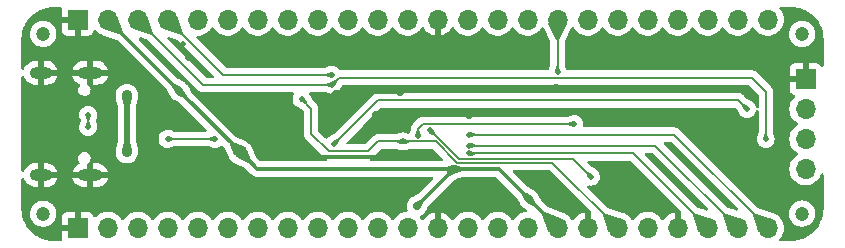
<source format=gbl>
%TF.GenerationSoftware,KiCad,Pcbnew,7.0.9*%
%TF.CreationDate,2023-12-27T16:53:24+08:00*%
%TF.ProjectId,UINIO-MCU-GD32F103CBT6,55494e49-4f2d-44d4-9355-2d4744333246,Version 3.1.0*%
%TF.SameCoordinates,PX92f3a10PY5584170*%
%TF.FileFunction,Copper,L2,Bot*%
%TF.FilePolarity,Positive*%
%FSLAX46Y46*%
G04 Gerber Fmt 4.6, Leading zero omitted, Abs format (unit mm)*
G04 Created by KiCad (PCBNEW 7.0.9) date 2023-12-27 16:53:24*
%MOMM*%
%LPD*%
G01*
G04 APERTURE LIST*
%TA.AperFunction,ComponentPad*%
%ADD10R,1.700000X1.700000*%
%TD*%
%TA.AperFunction,ComponentPad*%
%ADD11O,1.700000X1.700000*%
%TD*%
%TA.AperFunction,ComponentPad*%
%ADD12C,1.200000*%
%TD*%
%TA.AperFunction,ComponentPad*%
%ADD13O,2.100000X1.000000*%
%TD*%
%TA.AperFunction,ComponentPad*%
%ADD14O,1.900000X1.000000*%
%TD*%
%TA.AperFunction,ViaPad*%
%ADD15C,0.700000*%
%TD*%
%TA.AperFunction,ViaPad*%
%ADD16C,0.500000*%
%TD*%
%TA.AperFunction,ViaPad*%
%ADD17C,0.900000*%
%TD*%
%TA.AperFunction,ViaPad*%
%ADD18C,1.100000*%
%TD*%
%TA.AperFunction,Conductor*%
%ADD19C,0.300000*%
%TD*%
%TA.AperFunction,Conductor*%
%ADD20C,0.200000*%
%TD*%
%TA.AperFunction,Conductor*%
%ADD21C,0.500000*%
%TD*%
G04 APERTURE END LIST*
D10*
%TO.P,J3,1,Pin_1*%
%TO.N,GND*%
X29869060Y-6372130D03*
D11*
%TO.P,J3,2,Pin_2*%
%TO.N,/PA14{slash}SWCLK*%
X29869060Y-8912130D03*
%TO.P,J3,3,Pin_3*%
%TO.N,/PA13{slash}SWDIO*%
X29869060Y-11452130D03*
%TO.P,J3,4,Pin_4*%
%TO.N,/VDD_3.3V*%
X29869060Y-13992130D03*
%TD*%
D12*
%TO.P,HOLE\u002A\u002A,*%
%TO.N,*%
X-34680940Y-2552130D03*
%TD*%
%TO.P,HOLE\u002A\u002A,*%
%TO.N,*%
X29579060Y-2552130D03*
%TD*%
%TO.P,HOLE\u002A\u002A,*%
%TO.N,*%
X29579060Y-17762130D03*
%TD*%
D13*
%TO.P,USB1,13,GND*%
%TO.N,GND*%
X-30691940Y-5847130D03*
%TO.P,USB1,14,GND*%
X-30691940Y-14497130D03*
D14*
%TO.P,USB1,15,GND*%
X-34891940Y-5847130D03*
%TO.P,USB1,16,GND*%
X-34891940Y-14497130D03*
%TD*%
D12*
%TO.P,HOLE\u002A\u002A,*%
%TO.N,*%
X-34680940Y-17772130D03*
%TD*%
D10*
%TO.P,J1,1,Pin_1*%
%TO.N,GND*%
X-31760940Y-1342130D03*
D11*
%TO.P,J1,2,Pin_2*%
%TO.N,/VDD_3.3V*%
X-29220940Y-1342130D03*
%TO.P,J1,3,Pin_3*%
%TO.N,/PA13{slash}SWDIO*%
X-26680940Y-1342130D03*
%TO.P,J1,4,Pin_4*%
%TO.N,/PA12*%
X-24140940Y-1342130D03*
%TO.P,J1,5,Pin_5*%
%TO.N,/PA11*%
X-21600940Y-1342130D03*
%TO.P,J1,6,Pin_6*%
%TO.N,/PA10*%
X-19060940Y-1342130D03*
%TO.P,J1,7,Pin_7*%
%TO.N,/PA9*%
X-16520940Y-1342130D03*
%TO.P,J1,8,Pin_8*%
%TO.N,/PA8*%
X-13980940Y-1342130D03*
%TO.P,J1,9,Pin_9*%
%TO.N,/PB15*%
X-11440940Y-1342130D03*
%TO.P,J1,10,Pin_10*%
%TO.N,/PB14*%
X-8900940Y-1342130D03*
%TO.P,J1,11,Pin_11*%
%TO.N,/PB13*%
X-6360940Y-1342130D03*
%TO.P,J1,12,Pin_12*%
%TO.N,/PB12*%
X-3820940Y-1342130D03*
%TO.P,J1,13,Pin_13*%
%TO.N,GND*%
X-1280940Y-1342130D03*
%TO.P,J1,14,Pin_14*%
%TO.N,/VDD_3.3V*%
X1259060Y-1342130D03*
%TO.P,J1,15,Pin_15*%
%TO.N,/PB11*%
X3799060Y-1342130D03*
%TO.P,J1,16,Pin_16*%
%TO.N,/PB10*%
X6339060Y-1342130D03*
%TO.P,J1,17,Pin_17*%
%TO.N,/PB2{slash}BOOT1*%
X8879060Y-1342130D03*
%TO.P,J1,18,Pin_18*%
%TO.N,/PB1*%
X11419060Y-1342130D03*
%TO.P,J1,19,Pin_19*%
%TO.N,/PB0*%
X13959060Y-1342130D03*
%TO.P,J1,20,Pin_20*%
%TO.N,/PA7*%
X16499060Y-1342130D03*
%TO.P,J1,21,Pin_21*%
%TO.N,/PA6*%
X19039060Y-1342130D03*
%TO.P,J1,22,Pin_22*%
%TO.N,/PA5*%
X21579060Y-1342130D03*
%TO.P,J1,23,Pin_23*%
%TO.N,/PA4*%
X24119060Y-1342130D03*
%TO.P,J1,24,Pin_24*%
%TO.N,/PA3*%
X26659060Y-1342130D03*
%TD*%
D10*
%TO.P,J2,1,Pin_1*%
%TO.N,GND*%
X-31760940Y-18982130D03*
D11*
%TO.P,J2,2,Pin_2*%
%TO.N,/VDD_5V*%
X-29220940Y-18982130D03*
%TO.P,J2,3,Pin_3*%
%TO.N,/PA14{slash}SWCLK*%
X-26680940Y-18982130D03*
%TO.P,J2,4,Pin_4*%
%TO.N,/PA15*%
X-24140940Y-18982130D03*
%TO.P,J2,5,Pin_5*%
%TO.N,/PB3*%
X-21600940Y-18982130D03*
%TO.P,J2,6,Pin_6*%
%TO.N,/PB4*%
X-19060940Y-18982130D03*
%TO.P,J2,7,Pin_7*%
%TO.N,/PB5*%
X-16520940Y-18982130D03*
%TO.P,J2,8,Pin_8*%
%TO.N,/PB6*%
X-13980940Y-18982130D03*
%TO.P,J2,9,Pin_9*%
%TO.N,/PB7*%
X-11440940Y-18982130D03*
%TO.P,J2,10,Pin_10*%
%TO.N,/BOOT0*%
X-8900940Y-18982130D03*
%TO.P,J2,11,Pin_11*%
%TO.N,/PB8*%
X-6360940Y-18982130D03*
%TO.P,J2,12,Pin_12*%
%TO.N,/PB9*%
X-3820940Y-18982130D03*
%TO.P,J2,13,Pin_13*%
%TO.N,GND*%
X-1280940Y-18982130D03*
%TO.P,J2,14,Pin_14*%
%TO.N,/VDD_3.3V*%
X1259060Y-18982130D03*
%TO.P,J2,15,Pin_15*%
%TO.N,/VBAT*%
X3799060Y-18982130D03*
%TO.P,J2,16,Pin_16*%
%TO.N,/PC13*%
X6339060Y-18982130D03*
%TO.P,J2,17,Pin_17*%
%TO.N,/VDD_3.3V*%
X8879060Y-18982130D03*
%TO.P,J2,18,Pin_18*%
%TO.N,GND*%
X11419060Y-18982130D03*
%TO.P,J2,19,Pin_19*%
%TO.N,/NRST*%
X13959060Y-18982130D03*
%TO.P,J2,20,Pin_20*%
%TO.N,/VDD_3.3V*%
X16499060Y-18982130D03*
%TO.P,J2,21,Pin_21*%
%TO.N,GND*%
X19039060Y-18982130D03*
%TO.P,J2,22,Pin_22*%
%TO.N,/PA0*%
X21579060Y-18982130D03*
%TO.P,J2,23,Pin_23*%
%TO.N,/PA1*%
X24119060Y-18982130D03*
%TO.P,J2,24,Pin_24*%
%TO.N,/PA2*%
X26659060Y-18982130D03*
%TD*%
D15*
%TO.N,GND*%
X-13020940Y-10252130D03*
D16*
X-15380940Y-16652130D03*
X24919060Y-12806836D03*
X-22940940Y-16652130D03*
X22029060Y-15512130D03*
D15*
X-4430940Y-7442130D03*
D16*
X-22850000Y-3410000D03*
X-1650940Y-4202130D03*
X-17830940Y-16652130D03*
X-18560940Y-14472130D03*
X-24150000Y-10350000D03*
X13149060Y-3322130D03*
X10629060Y-3322130D03*
D15*
X-4410940Y-12952130D03*
D16*
X19379060Y-15512130D03*
X2939060Y-16872130D03*
X23379060Y-3322130D03*
X-25320940Y-16652130D03*
D15*
X-16260940Y-10252130D03*
X8709060Y-7162130D03*
D16*
X15706560Y-3322130D03*
X-9730940Y-16652130D03*
X18264060Y-3322130D03*
D15*
X-5975940Y-16207130D03*
X12649060Y-15392130D03*
D16*
X-7820940Y-16652130D03*
X24919060Y-10192130D03*
X-22450940Y-4630000D03*
D15*
X8709060Y-15392130D03*
X1379060Y-9462130D03*
D16*
X-24150000Y-8150000D03*
D15*
X-6540940Y-9461630D03*
D16*
X21829060Y-10972130D03*
D15*
X-11060940Y-8562130D03*
D16*
X20821560Y-3322130D03*
X-20300940Y-16652130D03*
%TO.N,/PB2{slash}BOOT1*%
X8879060Y-5811630D03*
D17*
%TO.N,/VDD_5V*%
X-27590940Y-7762130D03*
X-27590940Y-12562130D03*
D15*
%TO.N,/VDD_3.3V*%
X-3010940Y-17112130D03*
X119060Y-13982130D03*
X-23140940Y-7412130D03*
X6444060Y-16547130D03*
D18*
X-17970940Y-12592130D03*
D16*
%TO.N,/BOOT0*%
X-1941440Y-10706736D03*
X11689060Y-14632130D03*
%TO.N,/NRST*%
X-12800940Y-8072130D03*
X-4227764Y-11655305D03*
%TO.N,/PA13{slash}SWDIO*%
X-10230940Y-6862130D03*
X26491719Y-11459471D03*
%TO.N,/PA12*%
X-10219115Y-6030306D03*
%TO.N,/PA14{slash}SWCLK*%
X-10035940Y-11877130D03*
X24919060Y-8912130D03*
%TO.N,/PA0*%
X1388768Y-12681838D03*
%TO.N,/PA1*%
X1399060Y-12022130D03*
%TO.N,/PA2*%
X1389060Y-11082130D03*
%TO.N,Net-(U2-VSSA)*%
X10269060Y-10192130D03*
X-2930940Y-11182130D03*
%TO.N,/USB_Data-*%
X-30860940Y-9422130D03*
X-30860940Y-10422130D03*
%TO.N,Net-(USB1-CC2)*%
X-20140000Y-11450000D03*
X-24150000Y-11450000D03*
%TD*%
D19*
%TO.N,GND*%
X1379060Y-9462130D02*
X-6540440Y-9462130D01*
X-9940940Y-7442130D02*
X-11060940Y-8562130D01*
D20*
X-6540440Y-9462130D02*
X-6540940Y-9461630D01*
D19*
X-13020940Y-11442130D02*
X-13020940Y-10252130D01*
D21*
X-13020940Y-10252130D02*
X-16260940Y-10252130D01*
D19*
X-11510940Y-12952130D02*
X-13020940Y-11442130D01*
X-4410940Y-12952130D02*
X-11510940Y-12952130D01*
X-4430940Y-7442130D02*
X-9940940Y-7442130D01*
D20*
%TO.N,/PB2{slash}BOOT1*%
X8879060Y-5811630D02*
X8879060Y-1342130D01*
D21*
%TO.N,/VDD_5V*%
X-27590940Y-7782130D02*
X-27590940Y-12562130D01*
D19*
%TO.N,/VDD_3.3V*%
X-17970940Y-12582130D02*
X-17970940Y-12592130D01*
X3879060Y-13982130D02*
X6444060Y-16547130D01*
X119060Y-13982130D02*
X-3010940Y-17112130D01*
X119060Y-13982130D02*
X-16580940Y-13982130D01*
X-23140940Y-7412130D02*
X-17970940Y-12582130D01*
X-23140940Y-7412130D02*
X-29210940Y-1342130D01*
X119060Y-13982130D02*
X3879060Y-13982130D01*
X-16580940Y-13982130D02*
X-17970940Y-12592130D01*
X6444060Y-16547130D02*
X8879060Y-18982130D01*
D20*
%TO.N,/BOOT0*%
X10219060Y-13162130D02*
X11689060Y-14632130D01*
X-1941440Y-10706736D02*
X513954Y-13162130D01*
X513954Y-13162130D02*
X10219060Y-13162130D01*
%TO.N,/NRST*%
X-4227764Y-11655305D02*
X-6304115Y-11655305D01*
X-6304115Y-11655305D02*
X-7160940Y-12512130D01*
X-10520940Y-12512130D02*
X-11990940Y-11042130D01*
X-1417135Y-11655305D02*
X389690Y-13462130D01*
X-4227764Y-11655305D02*
X-1417135Y-11655305D01*
X8439060Y-13462130D02*
X13959060Y-18982130D01*
X389690Y-13462130D02*
X8439060Y-13462130D01*
X-7160940Y-12512130D02*
X-10520940Y-12512130D01*
X-11990940Y-8882130D02*
X-12800940Y-8072130D01*
X-11990940Y-11042130D02*
X-11990940Y-8882130D01*
%TO.N,/PA13{slash}SWDIO*%
X26491719Y-11459471D02*
X26519060Y-11432130D01*
X25328560Y-6261630D02*
X-9630440Y-6261630D01*
X26519060Y-7452130D02*
X25328560Y-6261630D01*
X-21120940Y-6892130D02*
X-26670940Y-1342130D01*
X-10210940Y-6892130D02*
X-21120940Y-6892130D01*
X26519060Y-11432130D02*
X26519060Y-7452130D01*
X-9630440Y-6261630D02*
X-10230940Y-6862130D01*
%TO.N,/PA12*%
X-19440940Y-6032130D02*
X-24130940Y-1342130D01*
X-10219115Y-6030306D02*
X-10220939Y-6032130D01*
X-10220939Y-6032130D02*
X-19440940Y-6032130D01*
%TO.N,/PA14{slash}SWCLK*%
X24189060Y-8182130D02*
X24919060Y-8912130D01*
X-6340940Y-8182130D02*
X24189060Y-8182130D01*
X-10035940Y-11877130D02*
X-6340940Y-8182130D01*
%TO.N,/PA0*%
X15278768Y-12681838D02*
X21579060Y-18982130D01*
X1388768Y-12681838D02*
X15278768Y-12681838D01*
%TO.N,/PA1*%
X1399060Y-12022130D02*
X17159060Y-12022130D01*
X17159060Y-12022130D02*
X24119060Y-18982130D01*
%TO.N,/PA2*%
X18759060Y-11082130D02*
X26659060Y-18982130D01*
X1389060Y-11082130D02*
X18759060Y-11082130D01*
%TO.N,Net-(U2-VSSA)*%
X-2930940Y-11182130D02*
X-2930940Y-10602130D01*
X-2930940Y-10602130D02*
X-2510940Y-10182130D01*
X10259060Y-10182130D02*
X10269060Y-10192130D01*
X-2510940Y-10182130D02*
X10259060Y-10182130D01*
%TO.N,/USB_Data-*%
X-30860940Y-10422130D02*
X-30860940Y-9422130D01*
%TO.N,Net-(USB1-CC2)*%
X-24150000Y-11450000D02*
X-20140000Y-11450000D01*
%TD*%
%TA.AperFunction,Conductor*%
%TO.N,GND*%
G36*
X-33161340Y-272315D02*
G01*
X-33115585Y-325119D01*
X-33105090Y-389886D01*
X-33110940Y-444285D01*
X-33110940Y-1092130D01*
X-32194626Y-1092130D01*
X-32220433Y-1132286D01*
X-32260940Y-1270241D01*
X-32260940Y-1414019D01*
X-32220433Y-1551974D01*
X-32194626Y-1592130D01*
X-33110940Y-1592130D01*
X-33110940Y-2239974D01*
X-33104539Y-2299502D01*
X-33104537Y-2299509D01*
X-33054295Y-2434216D01*
X-33054291Y-2434223D01*
X-32968131Y-2549317D01*
X-32968128Y-2549320D01*
X-32853034Y-2635480D01*
X-32853027Y-2635484D01*
X-32718320Y-2685726D01*
X-32718313Y-2685728D01*
X-32658785Y-2692129D01*
X-32658768Y-2692130D01*
X-32010940Y-2692130D01*
X-32010940Y-1777631D01*
X-31903255Y-1826810D01*
X-31796703Y-1842130D01*
X-31725177Y-1842130D01*
X-31618625Y-1826810D01*
X-31510940Y-1777631D01*
X-31510940Y-2692130D01*
X-30863112Y-2692130D01*
X-30863096Y-2692129D01*
X-30803568Y-2685728D01*
X-30803561Y-2685726D01*
X-30668854Y-2635484D01*
X-30668847Y-2635480D01*
X-30553753Y-2549320D01*
X-30553750Y-2549317D01*
X-30467590Y-2434223D01*
X-30467586Y-2434216D01*
X-30421259Y-2310007D01*
X-30379388Y-2254073D01*
X-30313924Y-2229656D01*
X-30245651Y-2244507D01*
X-30213851Y-2269353D01*
X-30144180Y-2345036D01*
X-29966516Y-2483319D01*
X-29966515Y-2483319D01*
X-29966513Y-2483321D01*
X-29844562Y-2549317D01*
X-29768514Y-2590472D01*
X-29752461Y-2595982D01*
X-29738567Y-2600753D01*
X-29720404Y-2608661D01*
X-29709786Y-2614334D01*
X-28473584Y-3062616D01*
X-28418119Y-3082729D01*
X-28372710Y-3111620D01*
X-24180571Y-7303758D01*
X-24158739Y-7333277D01*
X-23922782Y-7777560D01*
X-23908066Y-7803427D01*
X-23905040Y-7807821D01*
X-23905107Y-7807866D01*
X-23897140Y-7819355D01*
X-23839309Y-7919521D01*
X-23718559Y-8053629D01*
X-23718556Y-8053631D01*
X-23718553Y-8053634D01*
X-23572555Y-8159708D01*
X-23535228Y-8176327D01*
X-23512516Y-8189481D01*
X-23506374Y-8193968D01*
X-23506371Y-8193970D01*
X-23375760Y-8263337D01*
X-23062092Y-8429925D01*
X-23032573Y-8451757D01*
X-20854511Y-10629819D01*
X-20821026Y-10691142D01*
X-20826010Y-10760834D01*
X-20867882Y-10816767D01*
X-20933346Y-10841184D01*
X-20942192Y-10841500D01*
X-23533888Y-10841500D01*
X-23572099Y-10835466D01*
X-23671288Y-10803337D01*
X-23885851Y-10733836D01*
X-23895018Y-10731195D01*
X-23918192Y-10724519D01*
X-23923535Y-10723477D01*
X-23923460Y-10723090D01*
X-23944067Y-10718463D01*
X-23964485Y-10711319D01*
X-23980150Y-10705838D01*
X-23980152Y-10705837D01*
X-23980157Y-10705836D01*
X-24149996Y-10686701D01*
X-24150004Y-10686701D01*
X-24319845Y-10705836D01*
X-24319850Y-10705837D01*
X-24481184Y-10762291D01*
X-24625909Y-10853228D01*
X-24746772Y-10974091D01*
X-24837709Y-11118816D01*
X-24894163Y-11280150D01*
X-24894164Y-11280155D01*
X-24913299Y-11449996D01*
X-24913299Y-11450003D01*
X-24894164Y-11619844D01*
X-24894163Y-11619849D01*
X-24837709Y-11781183D01*
X-24766354Y-11894744D01*
X-24746771Y-11925909D01*
X-24625909Y-12046771D01*
X-24481183Y-12137709D01*
X-24326086Y-12191980D01*
X-24319850Y-12194162D01*
X-24319845Y-12194163D01*
X-24150004Y-12213299D01*
X-24150000Y-12213299D01*
X-24149996Y-12213299D01*
X-23980157Y-12194163D01*
X-23980157Y-12194162D01*
X-23980150Y-12194162D01*
X-23923698Y-12174407D01*
X-23903791Y-12169250D01*
X-23885851Y-12166163D01*
X-23572101Y-12064534D01*
X-23533890Y-12058500D01*
X-20756111Y-12058500D01*
X-20717900Y-12064534D01*
X-20404151Y-12166163D01*
X-20371806Y-12175480D01*
X-20371793Y-12175481D01*
X-20366460Y-12176522D01*
X-20366537Y-12176913D01*
X-20345936Y-12181534D01*
X-20309850Y-12194162D01*
X-20309846Y-12194162D01*
X-20309844Y-12194163D01*
X-20140004Y-12213299D01*
X-20140000Y-12213299D01*
X-20139996Y-12213299D01*
X-19970156Y-12194163D01*
X-19970153Y-12194162D01*
X-19970150Y-12194162D01*
X-19808817Y-12137709D01*
X-19664091Y-12046771D01*
X-19638506Y-12021186D01*
X-19577183Y-11987701D01*
X-19507491Y-11992685D01*
X-19463144Y-12021186D01*
X-19306058Y-12178272D01*
X-19279300Y-12218207D01*
X-19180489Y-12455037D01*
X-18957615Y-12989224D01*
X-18957454Y-12989608D01*
X-18956100Y-12992632D01*
X-18954203Y-12997703D01*
X-18953599Y-12999161D01*
X-18946361Y-13012703D01*
X-18934148Y-13038131D01*
X-18931534Y-13042440D01*
X-18924881Y-13052888D01*
X-18855313Y-13183041D01*
X-18855309Y-13183048D01*
X-18723035Y-13344224D01*
X-18565391Y-13473599D01*
X-18561857Y-13476499D01*
X-18377971Y-13574789D01*
X-18377969Y-13574789D01*
X-18377968Y-13574790D01*
X-18375221Y-13575928D01*
X-18374050Y-13576353D01*
X-18371995Y-13577228D01*
X-18371992Y-13577230D01*
X-17601725Y-13905294D01*
X-17562633Y-13931697D01*
X-17107660Y-14386670D01*
X-17097510Y-14399338D01*
X-17097334Y-14399194D01*
X-17092360Y-14405206D01*
X-17039255Y-14455076D01*
X-17017279Y-14477052D01*
X-17011389Y-14481621D01*
X-17006946Y-14485416D01*
X-16971076Y-14519100D01*
X-16971074Y-14519101D01*
X-16971073Y-14519102D01*
X-16952137Y-14529512D01*
X-16935891Y-14540183D01*
X-16918808Y-14553434D01*
X-16918803Y-14553436D01*
X-16873644Y-14572978D01*
X-16868396Y-14575550D01*
X-16836706Y-14592970D01*
X-16825277Y-14599254D01*
X-16809117Y-14603402D01*
X-16804357Y-14604625D01*
X-16785954Y-14610925D01*
X-16766116Y-14619510D01*
X-16728980Y-14625391D01*
X-16717509Y-14627208D01*
X-16711794Y-14628391D01*
X-16664128Y-14640630D01*
X-16642521Y-14640630D01*
X-16623124Y-14642156D01*
X-16601788Y-14645536D01*
X-16552796Y-14640904D01*
X-16546959Y-14640630D01*
X-1770061Y-14640630D01*
X-1703022Y-14660315D01*
X-1657267Y-14713119D01*
X-1647323Y-14782277D01*
X-1676348Y-14845833D01*
X-1682377Y-14852306D01*
X-1938108Y-15108038D01*
X-2902570Y-16072498D01*
X-2932089Y-16094330D01*
X-3096594Y-16181699D01*
X-3376372Y-16330289D01*
X-3386196Y-16335878D01*
X-3406918Y-16347667D01*
X-3407094Y-16347359D01*
X-3419283Y-16354190D01*
X-3442556Y-16364552D01*
X-3588552Y-16470624D01*
X-3588559Y-16470630D01*
X-3709308Y-16604738D01*
X-3799540Y-16761024D01*
X-3855305Y-16932653D01*
X-3874169Y-17112130D01*
X-3855305Y-17291606D01*
X-3834121Y-17356804D01*
X-3806905Y-17440567D01*
X-3800164Y-17461312D01*
X-3798169Y-17531153D01*
X-3834250Y-17590986D01*
X-3896951Y-17621814D01*
X-3918095Y-17623630D01*
X-3933509Y-17623630D01*
X-4155578Y-17660686D01*
X-4368510Y-17733786D01*
X-4368521Y-17733791D01*
X-4566513Y-17840938D01*
X-4566518Y-17840942D01*
X-4744179Y-17979222D01*
X-4744184Y-17979227D01*
X-4896656Y-18144853D01*
X-4896664Y-18144864D01*
X-4987132Y-18283336D01*
X-5040278Y-18328692D01*
X-5109509Y-18338116D01*
X-5172845Y-18308614D01*
X-5194748Y-18283336D01*
X-5265807Y-18174573D01*
X-5285218Y-18144862D01*
X-5285221Y-18144859D01*
X-5285225Y-18144853D01*
X-5437697Y-17979227D01*
X-5437702Y-17979222D01*
X-5556143Y-17887035D01*
X-5615364Y-17840941D01*
X-5615365Y-17840940D01*
X-5615368Y-17840938D01*
X-5813360Y-17733791D01*
X-5813363Y-17733789D01*
X-5813366Y-17733788D01*
X-5813369Y-17733787D01*
X-5813371Y-17733786D01*
X-6026303Y-17660686D01*
X-6248371Y-17623630D01*
X-6473509Y-17623630D01*
X-6695578Y-17660686D01*
X-6908510Y-17733786D01*
X-6908521Y-17733791D01*
X-7106513Y-17840938D01*
X-7106518Y-17840942D01*
X-7284179Y-17979222D01*
X-7284184Y-17979227D01*
X-7436656Y-18144853D01*
X-7436664Y-18144864D01*
X-7527132Y-18283336D01*
X-7580278Y-18328692D01*
X-7649509Y-18338116D01*
X-7712845Y-18308614D01*
X-7734748Y-18283336D01*
X-7805807Y-18174573D01*
X-7825218Y-18144862D01*
X-7825221Y-18144859D01*
X-7825225Y-18144853D01*
X-7977697Y-17979227D01*
X-7977702Y-17979222D01*
X-8096143Y-17887035D01*
X-8155364Y-17840941D01*
X-8155365Y-17840940D01*
X-8155368Y-17840938D01*
X-8353360Y-17733791D01*
X-8353363Y-17733789D01*
X-8353366Y-17733788D01*
X-8353369Y-17733787D01*
X-8353371Y-17733786D01*
X-8566303Y-17660686D01*
X-8788371Y-17623630D01*
X-9013509Y-17623630D01*
X-9235578Y-17660686D01*
X-9448510Y-17733786D01*
X-9448521Y-17733791D01*
X-9646513Y-17840938D01*
X-9646518Y-17840942D01*
X-9824179Y-17979222D01*
X-9824184Y-17979227D01*
X-9976656Y-18144853D01*
X-9976664Y-18144864D01*
X-10067132Y-18283336D01*
X-10120278Y-18328692D01*
X-10189509Y-18338116D01*
X-10252845Y-18308614D01*
X-10274748Y-18283336D01*
X-10345807Y-18174573D01*
X-10365218Y-18144862D01*
X-10365221Y-18144859D01*
X-10365225Y-18144853D01*
X-10517697Y-17979227D01*
X-10517702Y-17979222D01*
X-10636143Y-17887035D01*
X-10695364Y-17840941D01*
X-10695365Y-17840940D01*
X-10695368Y-17840938D01*
X-10893360Y-17733791D01*
X-10893363Y-17733789D01*
X-10893366Y-17733788D01*
X-10893369Y-17733787D01*
X-10893371Y-17733786D01*
X-11106303Y-17660686D01*
X-11328371Y-17623630D01*
X-11553509Y-17623630D01*
X-11775578Y-17660686D01*
X-11988510Y-17733786D01*
X-11988521Y-17733791D01*
X-12186513Y-17840938D01*
X-12186518Y-17840942D01*
X-12364179Y-17979222D01*
X-12364184Y-17979227D01*
X-12516656Y-18144853D01*
X-12516664Y-18144864D01*
X-12607132Y-18283336D01*
X-12660278Y-18328692D01*
X-12729509Y-18338116D01*
X-12792845Y-18308614D01*
X-12814748Y-18283336D01*
X-12885807Y-18174573D01*
X-12905218Y-18144862D01*
X-12905221Y-18144859D01*
X-12905225Y-18144853D01*
X-13057697Y-17979227D01*
X-13057702Y-17979222D01*
X-13176143Y-17887035D01*
X-13235364Y-17840941D01*
X-13235365Y-17840940D01*
X-13235368Y-17840938D01*
X-13433360Y-17733791D01*
X-13433363Y-17733789D01*
X-13433366Y-17733788D01*
X-13433369Y-17733787D01*
X-13433371Y-17733786D01*
X-13646303Y-17660686D01*
X-13868371Y-17623630D01*
X-14093509Y-17623630D01*
X-14315578Y-17660686D01*
X-14528510Y-17733786D01*
X-14528521Y-17733791D01*
X-14726513Y-17840938D01*
X-14726518Y-17840942D01*
X-14904179Y-17979222D01*
X-14904184Y-17979227D01*
X-15056656Y-18144853D01*
X-15056664Y-18144864D01*
X-15147132Y-18283336D01*
X-15200278Y-18328692D01*
X-15269509Y-18338116D01*
X-15332845Y-18308614D01*
X-15354748Y-18283336D01*
X-15425807Y-18174573D01*
X-15445218Y-18144862D01*
X-15445221Y-18144859D01*
X-15445225Y-18144853D01*
X-15597697Y-17979227D01*
X-15597702Y-17979222D01*
X-15716143Y-17887035D01*
X-15775364Y-17840941D01*
X-15775365Y-17840940D01*
X-15775368Y-17840938D01*
X-15973360Y-17733791D01*
X-15973363Y-17733789D01*
X-15973366Y-17733788D01*
X-15973369Y-17733787D01*
X-15973371Y-17733786D01*
X-16186303Y-17660686D01*
X-16408371Y-17623630D01*
X-16633509Y-17623630D01*
X-16855578Y-17660686D01*
X-17068510Y-17733786D01*
X-17068521Y-17733791D01*
X-17266513Y-17840938D01*
X-17266518Y-17840942D01*
X-17444179Y-17979222D01*
X-17444184Y-17979227D01*
X-17596656Y-18144853D01*
X-17596664Y-18144864D01*
X-17687132Y-18283336D01*
X-17740278Y-18328692D01*
X-17809509Y-18338116D01*
X-17872845Y-18308614D01*
X-17894748Y-18283336D01*
X-17965807Y-18174573D01*
X-17985218Y-18144862D01*
X-17985221Y-18144859D01*
X-17985225Y-18144853D01*
X-18137697Y-17979227D01*
X-18137702Y-17979222D01*
X-18256143Y-17887035D01*
X-18315364Y-17840941D01*
X-18315365Y-17840940D01*
X-18315368Y-17840938D01*
X-18513360Y-17733791D01*
X-18513363Y-17733789D01*
X-18513366Y-17733788D01*
X-18513369Y-17733787D01*
X-18513371Y-17733786D01*
X-18726303Y-17660686D01*
X-18948371Y-17623630D01*
X-19173509Y-17623630D01*
X-19395578Y-17660686D01*
X-19608510Y-17733786D01*
X-19608521Y-17733791D01*
X-19806513Y-17840938D01*
X-19806518Y-17840942D01*
X-19984179Y-17979222D01*
X-19984184Y-17979227D01*
X-20136656Y-18144853D01*
X-20136664Y-18144864D01*
X-20227132Y-18283336D01*
X-20280278Y-18328692D01*
X-20349509Y-18338116D01*
X-20412845Y-18308614D01*
X-20434748Y-18283336D01*
X-20505807Y-18174573D01*
X-20525218Y-18144862D01*
X-20525221Y-18144859D01*
X-20525225Y-18144853D01*
X-20677697Y-17979227D01*
X-20677702Y-17979222D01*
X-20796143Y-17887035D01*
X-20855364Y-17840941D01*
X-20855365Y-17840940D01*
X-20855368Y-17840938D01*
X-21053360Y-17733791D01*
X-21053363Y-17733789D01*
X-21053366Y-17733788D01*
X-21053369Y-17733787D01*
X-21053371Y-17733786D01*
X-21266303Y-17660686D01*
X-21488371Y-17623630D01*
X-21713509Y-17623630D01*
X-21935578Y-17660686D01*
X-22148510Y-17733786D01*
X-22148521Y-17733791D01*
X-22346513Y-17840938D01*
X-22346518Y-17840942D01*
X-22524179Y-17979222D01*
X-22524184Y-17979227D01*
X-22676656Y-18144853D01*
X-22676664Y-18144864D01*
X-22767132Y-18283336D01*
X-22820278Y-18328692D01*
X-22889509Y-18338116D01*
X-22952845Y-18308614D01*
X-22974748Y-18283336D01*
X-23045807Y-18174573D01*
X-23065218Y-18144862D01*
X-23065221Y-18144859D01*
X-23065225Y-18144853D01*
X-23217697Y-17979227D01*
X-23217702Y-17979222D01*
X-23336143Y-17887035D01*
X-23395364Y-17840941D01*
X-23395365Y-17840940D01*
X-23395368Y-17840938D01*
X-23593360Y-17733791D01*
X-23593363Y-17733789D01*
X-23593366Y-17733788D01*
X-23593369Y-17733787D01*
X-23593371Y-17733786D01*
X-23806303Y-17660686D01*
X-24028371Y-17623630D01*
X-24253509Y-17623630D01*
X-24475578Y-17660686D01*
X-24688510Y-17733786D01*
X-24688521Y-17733791D01*
X-24886513Y-17840938D01*
X-24886518Y-17840942D01*
X-25064179Y-17979222D01*
X-25064184Y-17979227D01*
X-25216656Y-18144853D01*
X-25216664Y-18144864D01*
X-25307132Y-18283336D01*
X-25360278Y-18328692D01*
X-25429509Y-18338116D01*
X-25492845Y-18308614D01*
X-25514748Y-18283336D01*
X-25585807Y-18174573D01*
X-25605218Y-18144862D01*
X-25605221Y-18144859D01*
X-25605225Y-18144853D01*
X-25757697Y-17979227D01*
X-25757702Y-17979222D01*
X-25876143Y-17887035D01*
X-25935364Y-17840941D01*
X-25935365Y-17840940D01*
X-25935368Y-17840938D01*
X-26133360Y-17733791D01*
X-26133363Y-17733789D01*
X-26133366Y-17733788D01*
X-26133369Y-17733787D01*
X-26133371Y-17733786D01*
X-26346303Y-17660686D01*
X-26568371Y-17623630D01*
X-26793509Y-17623630D01*
X-27015578Y-17660686D01*
X-27228510Y-17733786D01*
X-27228521Y-17733791D01*
X-27426513Y-17840938D01*
X-27426518Y-17840942D01*
X-27604179Y-17979222D01*
X-27604184Y-17979227D01*
X-27756656Y-18144853D01*
X-27756664Y-18144864D01*
X-27847132Y-18283336D01*
X-27900278Y-18328692D01*
X-27969509Y-18338116D01*
X-28032845Y-18308614D01*
X-28054748Y-18283336D01*
X-28125807Y-18174573D01*
X-28145218Y-18144862D01*
X-28145221Y-18144859D01*
X-28145225Y-18144853D01*
X-28297697Y-17979227D01*
X-28297702Y-17979222D01*
X-28416143Y-17887035D01*
X-28475364Y-17840941D01*
X-28475365Y-17840940D01*
X-28475368Y-17840938D01*
X-28673360Y-17733791D01*
X-28673363Y-17733789D01*
X-28673366Y-17733788D01*
X-28673369Y-17733787D01*
X-28673371Y-17733786D01*
X-28886303Y-17660686D01*
X-29108371Y-17623630D01*
X-29333509Y-17623630D01*
X-29555578Y-17660686D01*
X-29768510Y-17733786D01*
X-29768521Y-17733791D01*
X-29966513Y-17840938D01*
X-29966518Y-17840942D01*
X-30144179Y-17979222D01*
X-30195208Y-18034655D01*
X-30213564Y-18054595D01*
X-30213848Y-18054903D01*
X-30273735Y-18090893D01*
X-30343573Y-18088792D01*
X-30401189Y-18049267D01*
X-30421259Y-18014252D01*
X-30467586Y-17890043D01*
X-30467590Y-17890036D01*
X-30553750Y-17774942D01*
X-30553753Y-17774939D01*
X-30668847Y-17688779D01*
X-30668854Y-17688775D01*
X-30803561Y-17638533D01*
X-30803568Y-17638531D01*
X-30863096Y-17632130D01*
X-31510940Y-17632130D01*
X-31510940Y-18546628D01*
X-31618625Y-18497450D01*
X-31725177Y-18482130D01*
X-31796703Y-18482130D01*
X-31903255Y-18497450D01*
X-32010940Y-18546628D01*
X-32010940Y-17632130D01*
X-32658785Y-17632130D01*
X-32718313Y-17638531D01*
X-32718320Y-17638533D01*
X-32853027Y-17688775D01*
X-32853034Y-17688779D01*
X-32968128Y-17774939D01*
X-32968131Y-17774942D01*
X-33054291Y-17890036D01*
X-33054295Y-17890043D01*
X-33104537Y-18024750D01*
X-33104539Y-18024757D01*
X-33110940Y-18084285D01*
X-33110940Y-18732130D01*
X-32194626Y-18732130D01*
X-32220433Y-18772286D01*
X-32260940Y-18910241D01*
X-32260940Y-19054019D01*
X-32220433Y-19191974D01*
X-32194626Y-19232130D01*
X-33110940Y-19232130D01*
X-33110940Y-19879974D01*
X-33104015Y-19944374D01*
X-33116420Y-20013134D01*
X-33164030Y-20064271D01*
X-33227304Y-20081630D01*
X-33779195Y-20081630D01*
X-33782673Y-20081532D01*
X-34085303Y-20064533D01*
X-34092217Y-20063754D01*
X-34389325Y-20013269D01*
X-34396105Y-20011722D01*
X-34540895Y-19970007D01*
X-34685680Y-19928294D01*
X-34692247Y-19925996D01*
X-34970679Y-19810663D01*
X-34976948Y-19807644D01*
X-35216078Y-19675480D01*
X-35240704Y-19661869D01*
X-35246586Y-19658174D01*
X-35401183Y-19548480D01*
X-35492367Y-19483780D01*
X-35497807Y-19479442D01*
X-35722517Y-19278629D01*
X-35727437Y-19273709D01*
X-35928248Y-19049001D01*
X-35932586Y-19043561D01*
X-36106977Y-18797780D01*
X-36110678Y-18791889D01*
X-36162071Y-18698902D01*
X-36256457Y-18528125D01*
X-36259470Y-18521867D01*
X-36266383Y-18505177D01*
X-36374803Y-18243430D01*
X-36377095Y-18236878D01*
X-36460525Y-17947292D01*
X-36462073Y-17940509D01*
X-36470649Y-17890036D01*
X-36490683Y-17772133D01*
X-35794189Y-17772133D01*
X-35787133Y-17848288D01*
X-35786939Y-17851057D01*
X-35783149Y-17930600D01*
X-35783148Y-17930605D01*
X-35779385Y-17946116D01*
X-35776419Y-17963904D01*
X-35775235Y-17976687D01*
X-35753068Y-18054595D01*
X-35733239Y-18136331D01*
X-35733238Y-18136336D01*
X-35728049Y-18147698D01*
X-35721581Y-18165264D01*
X-35719018Y-18174271D01*
X-35719012Y-18174287D01*
X-35681529Y-18249561D01*
X-35645301Y-18328892D01*
X-35645293Y-18328906D01*
X-35640061Y-18336253D01*
X-35630072Y-18352901D01*
X-35627444Y-18358178D01*
X-35627442Y-18358182D01*
X-35614298Y-18375587D01*
X-35574897Y-18427762D01*
X-35524459Y-18498592D01*
X-35522495Y-18501350D01*
X-35518481Y-18505177D01*
X-35505103Y-18520187D01*
X-35503648Y-18522113D01*
X-35503640Y-18522123D01*
X-35436901Y-18582963D01*
X-35369293Y-18647427D01*
X-35369292Y-18647428D01*
X-35369290Y-18647429D01*
X-35369286Y-18647433D01*
X-35367542Y-18648554D01*
X-35356421Y-18657100D01*
X-35356396Y-18657068D01*
X-35351821Y-18660523D01*
X-35336434Y-18670050D01*
X-35272386Y-18709707D01*
X-35191194Y-18761886D01*
X-35191192Y-18761887D01*
X-35185940Y-18764595D01*
X-35185974Y-18764659D01*
X-35182452Y-18766438D01*
X-35182290Y-18766114D01*
X-35177167Y-18768664D01*
X-35177158Y-18768670D01*
X-35087158Y-18803535D01*
X-34994661Y-18840566D01*
X-34994423Y-18840612D01*
X-34989188Y-18841859D01*
X-34985604Y-18842878D01*
X-34985602Y-18842878D01*
X-34985595Y-18842881D01*
X-34887711Y-18861178D01*
X-34837343Y-18870886D01*
X-34786795Y-18880629D01*
X-34786794Y-18880629D01*
X-34786789Y-18880630D01*
X-34786784Y-18880630D01*
X-34578224Y-18880630D01*
X-34578222Y-18880630D01*
X-34528808Y-18871392D01*
X-34523365Y-18870624D01*
X-34470201Y-18865549D01*
X-34425272Y-18852355D01*
X-34419220Y-18850906D01*
X-34376285Y-18842881D01*
X-34326380Y-18823547D01*
X-34321453Y-18821873D01*
X-34280456Y-18809835D01*
X-34267078Y-18805907D01*
X-34228396Y-18785964D01*
X-34222390Y-18783261D01*
X-34184722Y-18768670D01*
X-34136414Y-18738757D01*
X-34132192Y-18736366D01*
X-34078914Y-18708901D01*
X-34047284Y-18684026D01*
X-34041604Y-18680053D01*
X-34010058Y-18660522D01*
X-33965630Y-18620019D01*
X-33962219Y-18617130D01*
X-33912508Y-18578038D01*
X-33888313Y-18550114D01*
X-33883232Y-18544904D01*
X-33858239Y-18522121D01*
X-33820047Y-18471544D01*
X-33817426Y-18468307D01*
X-33810128Y-18459885D01*
X-33773875Y-18418048D01*
X-33757043Y-18388891D01*
X-33752829Y-18382533D01*
X-33734437Y-18358180D01*
X-33704719Y-18298496D01*
X-33702918Y-18295144D01*
X-33701150Y-18292082D01*
X-33668027Y-18234712D01*
X-33658094Y-18206011D01*
X-33655015Y-18198677D01*
X-33642866Y-18174282D01*
X-33623716Y-18106972D01*
X-33622692Y-18103723D01*
X-33598787Y-18034657D01*
X-33594934Y-18007852D01*
X-33593202Y-17999727D01*
X-33586646Y-17976689D01*
X-33579889Y-17903766D01*
X-33579524Y-17900680D01*
X-33579480Y-17900367D01*
X-33568659Y-17825114D01*
X-33569791Y-17801366D01*
X-33569598Y-17792694D01*
X-33567691Y-17772130D01*
X-33574749Y-17695969D01*
X-33574944Y-17693197D01*
X-33575155Y-17688775D01*
X-33578732Y-17613656D01*
X-33582499Y-17598132D01*
X-33585462Y-17580359D01*
X-33586646Y-17567571D01*
X-33608813Y-17489664D01*
X-33628642Y-17407926D01*
X-33633833Y-17396560D01*
X-33640304Y-17378983D01*
X-33642864Y-17369986D01*
X-33642866Y-17369978D01*
X-33669658Y-17316173D01*
X-33680352Y-17294697D01*
X-33716586Y-17215355D01*
X-33721819Y-17208007D01*
X-33731811Y-17191354D01*
X-33734437Y-17186080D01*
X-33786984Y-17116497D01*
X-33839381Y-17042915D01*
X-33839386Y-17042910D01*
X-33843394Y-17039088D01*
X-33856787Y-17024061D01*
X-33858232Y-17022148D01*
X-33858234Y-17022146D01*
X-33858239Y-17022139D01*
X-33888957Y-16994136D01*
X-33924981Y-16961295D01*
X-33992597Y-16896824D01*
X-33994339Y-16895705D01*
X-34005460Y-16887159D01*
X-34005484Y-16887192D01*
X-34010060Y-16883736D01*
X-34060712Y-16852374D01*
X-34089495Y-16834552D01*
X-34150261Y-16795500D01*
X-34170680Y-16782377D01*
X-34175941Y-16779665D01*
X-34175908Y-16779600D01*
X-34179428Y-16777822D01*
X-34179589Y-16778146D01*
X-34184718Y-16775592D01*
X-34184721Y-16775591D01*
X-34184722Y-16775590D01*
X-34274723Y-16740724D01*
X-34347333Y-16711655D01*
X-34367213Y-16703696D01*
X-34367226Y-16703692D01*
X-34367470Y-16703645D01*
X-34372683Y-16702403D01*
X-34376273Y-16701382D01*
X-34376282Y-16701380D01*
X-34376285Y-16701379D01*
X-34474170Y-16683081D01*
X-34548728Y-16668711D01*
X-34575090Y-16663630D01*
X-34575091Y-16663630D01*
X-34578222Y-16663630D01*
X-34783658Y-16663630D01*
X-34783664Y-16663630D01*
X-34833055Y-16672862D01*
X-34838554Y-16673637D01*
X-34891675Y-16678710D01*
X-34891679Y-16678710D01*
X-34891679Y-16678711D01*
X-34902533Y-16681898D01*
X-34936592Y-16691898D01*
X-34942669Y-16693354D01*
X-34985589Y-16701377D01*
X-34985602Y-16701380D01*
X-35035502Y-16720712D01*
X-35040431Y-16722387D01*
X-35094800Y-16738352D01*
X-35133481Y-16758292D01*
X-35139495Y-16760998D01*
X-35177159Y-16775590D01*
X-35177160Y-16775590D01*
X-35225466Y-16805500D01*
X-35229695Y-16807894D01*
X-35282963Y-16835356D01*
X-35314586Y-16860224D01*
X-35320275Y-16864203D01*
X-35351824Y-16883739D01*
X-35396232Y-16924221D01*
X-35399674Y-16927136D01*
X-35449375Y-16966223D01*
X-35473563Y-16994136D01*
X-35478650Y-16999354D01*
X-35503639Y-17022136D01*
X-35541829Y-17072706D01*
X-35544449Y-17075943D01*
X-35588004Y-17126209D01*
X-35604836Y-17155363D01*
X-35609056Y-17161731D01*
X-35627444Y-17186081D01*
X-35627449Y-17186090D01*
X-35657159Y-17245752D01*
X-35658964Y-17249115D01*
X-35693852Y-17309545D01*
X-35703782Y-17338233D01*
X-35706873Y-17345593D01*
X-35719012Y-17369972D01*
X-35719017Y-17369986D01*
X-35738158Y-17437258D01*
X-35739201Y-17440567D01*
X-35763094Y-17509605D01*
X-35766946Y-17536388D01*
X-35768682Y-17544534D01*
X-35775234Y-17567567D01*
X-35781991Y-17640481D01*
X-35782358Y-17643583D01*
X-35793221Y-17719140D01*
X-35793221Y-17719145D01*
X-35792091Y-17742899D01*
X-35792285Y-17751575D01*
X-35794189Y-17772133D01*
X-36490683Y-17772133D01*
X-36512557Y-17643397D01*
X-36513335Y-17636491D01*
X-36513580Y-17632130D01*
X-36525087Y-17427258D01*
X-36530342Y-17333687D01*
X-36530440Y-17330209D01*
X-36530440Y-14859238D01*
X-36510755Y-14792199D01*
X-36457951Y-14746444D01*
X-36388793Y-14736500D01*
X-36325237Y-14765525D01*
X-36290158Y-14816173D01*
X-36244375Y-14939795D01*
X-36136791Y-15112397D01*
X-35996676Y-15259798D01*
X-35996674Y-15259799D01*
X-35829745Y-15375986D01*
X-35642848Y-15456189D01*
X-35443630Y-15497130D01*
X-35141940Y-15497130D01*
X-35141940Y-14797130D01*
X-34641940Y-14797130D01*
X-34641940Y-15497130D01*
X-34391227Y-15497130D01*
X-34239602Y-15481711D01*
X-34045559Y-15420830D01*
X-34045549Y-15420825D01*
X-33867725Y-15322124D01*
X-33867724Y-15322124D01*
X-33713410Y-15189651D01*
X-33713409Y-15189650D01*
X-33588922Y-15028825D01*
X-33499352Y-14846223D01*
X-33473694Y-14747130D01*
X-32215306Y-14747130D01*
X-32215009Y-14749076D01*
X-32215007Y-14749082D01*
X-32144378Y-14939787D01*
X-32144375Y-14939794D01*
X-32036791Y-15112397D01*
X-31896676Y-15259798D01*
X-31896674Y-15259799D01*
X-31729745Y-15375986D01*
X-31542848Y-15456189D01*
X-31343630Y-15497130D01*
X-30941940Y-15497130D01*
X-30941940Y-14797130D01*
X-30441940Y-14797130D01*
X-30441940Y-15497130D01*
X-30091227Y-15497130D01*
X-29939602Y-15481711D01*
X-29745559Y-15420830D01*
X-29745549Y-15420825D01*
X-29567725Y-15322124D01*
X-29567724Y-15322124D01*
X-29413410Y-15189651D01*
X-29413409Y-15189650D01*
X-29288922Y-15028825D01*
X-29199352Y-14846223D01*
X-29173694Y-14747130D01*
X-29925829Y-14747130D01*
X-29886330Y-14722673D01*
X-29818739Y-14633168D01*
X-29788045Y-14525290D01*
X-29798394Y-14413609D01*
X-29848388Y-14313208D01*
X-29920871Y-14247130D01*
X-29168574Y-14247130D01*
X-29168872Y-14245183D01*
X-29168874Y-14245177D01*
X-29239503Y-14054472D01*
X-29239506Y-14054465D01*
X-29347090Y-13881862D01*
X-29487205Y-13734461D01*
X-29487207Y-13734460D01*
X-29654136Y-13618273D01*
X-29841033Y-13538070D01*
X-30040250Y-13497130D01*
X-30441940Y-13497130D01*
X-30441940Y-14197130D01*
X-30941940Y-14197130D01*
X-30941940Y-13595154D01*
X-30922255Y-13528115D01*
X-30896198Y-13498969D01*
X-30804275Y-13424184D01*
X-30720969Y-13306167D01*
X-30677213Y-13183048D01*
X-30672595Y-13170055D01*
X-30672595Y-13170053D01*
X-30672594Y-13170051D01*
X-30662736Y-13025931D01*
X-30692126Y-12884496D01*
X-30758586Y-12756235D01*
X-30758589Y-12756232D01*
X-30758590Y-12756230D01*
X-30857186Y-12650660D01*
X-30980610Y-12575605D01*
X-30980611Y-12575604D01*
X-30980612Y-12575604D01*
X-31028701Y-12562130D01*
X-28554078Y-12562130D01*
X-28535572Y-12750031D01*
X-28480763Y-12930708D01*
X-28391764Y-13097215D01*
X-28391760Y-13097222D01*
X-28271982Y-13243171D01*
X-28126033Y-13362949D01*
X-28126026Y-13362953D01*
X-28011468Y-13424185D01*
X-27959517Y-13451953D01*
X-27778839Y-13506762D01*
X-27590940Y-13525268D01*
X-27403041Y-13506762D01*
X-27222363Y-13451953D01*
X-27055849Y-13362950D01*
X-26909899Y-13243171D01*
X-26790120Y-13097221D01*
X-26701117Y-12930707D01*
X-26646308Y-12750029D01*
X-26627802Y-12562130D01*
X-26646308Y-12374231D01*
X-26671990Y-12289572D01*
X-26675596Y-12270591D01*
X-26676032Y-12270659D01*
X-26676702Y-12266303D01*
X-26676703Y-12266290D01*
X-26740148Y-11987701D01*
X-26829344Y-11596038D01*
X-26832440Y-11568504D01*
X-26832440Y-8755754D01*
X-26829344Y-8728219D01*
X-26828218Y-8723278D01*
X-26718609Y-8241979D01*
X-26676703Y-8057971D01*
X-26673346Y-8042457D01*
X-26673235Y-8042481D01*
X-26670344Y-8029262D01*
X-26646308Y-7950029D01*
X-26627802Y-7762130D01*
X-26646308Y-7574231D01*
X-26701117Y-7393553D01*
X-26724073Y-7350605D01*
X-26790117Y-7227044D01*
X-26790121Y-7227037D01*
X-26909899Y-7081088D01*
X-27055848Y-6961310D01*
X-27055855Y-6961306D01*
X-27222362Y-6872307D01*
X-27403039Y-6817498D01*
X-27590940Y-6798992D01*
X-27778842Y-6817498D01*
X-27959519Y-6872307D01*
X-28126026Y-6961306D01*
X-28126033Y-6961310D01*
X-28271982Y-7081088D01*
X-28391760Y-7227037D01*
X-28391764Y-7227044D01*
X-28480763Y-7393551D01*
X-28535572Y-7574228D01*
X-28554078Y-7762130D01*
X-28535573Y-7950027D01*
X-28509894Y-8034679D01*
X-28506285Y-8053652D01*
X-28505852Y-8053586D01*
X-28505178Y-8057971D01*
X-28478224Y-8176325D01*
X-28352537Y-8728219D01*
X-28352536Y-8728221D01*
X-28349440Y-8755756D01*
X-28349440Y-11568502D01*
X-28352536Y-11596037D01*
X-28505178Y-12266289D01*
X-28508536Y-12281803D01*
X-28508645Y-12281779D01*
X-28511542Y-12295011D01*
X-28535572Y-12374230D01*
X-28554078Y-12562130D01*
X-31028701Y-12562130D01*
X-31119712Y-12536630D01*
X-31227889Y-12536630D01*
X-31227890Y-12536630D01*
X-31335051Y-12551359D01*
X-31467551Y-12608911D01*
X-31467551Y-12608912D01*
X-31579602Y-12700073D01*
X-31579607Y-12700078D01*
X-31662912Y-12818093D01*
X-31711286Y-12954204D01*
X-31711286Y-12954207D01*
X-31717465Y-13044549D01*
X-31721144Y-13098329D01*
X-31691754Y-13239764D01*
X-31691753Y-13239766D01*
X-31625295Y-13368023D01*
X-31625291Y-13368029D01*
X-31611752Y-13382526D01*
X-31580381Y-13444957D01*
X-31587743Y-13514438D01*
X-31631501Y-13568908D01*
X-31642199Y-13575580D01*
X-31816156Y-13672134D01*
X-31816157Y-13672135D01*
X-31970471Y-13804608D01*
X-31970472Y-13804609D01*
X-32094959Y-13965434D01*
X-32184529Y-14148036D01*
X-32210186Y-14247130D01*
X-31458051Y-14247130D01*
X-31497550Y-14271587D01*
X-31565141Y-14361092D01*
X-31595835Y-14468970D01*
X-31585486Y-14580651D01*
X-31535492Y-14681052D01*
X-31463009Y-14747130D01*
X-32215306Y-14747130D01*
X-33473694Y-14747130D01*
X-34275829Y-14747130D01*
X-34236330Y-14722673D01*
X-34168739Y-14633168D01*
X-34138045Y-14525290D01*
X-34148394Y-14413609D01*
X-34198388Y-14313208D01*
X-34270871Y-14247130D01*
X-33468574Y-14247130D01*
X-33468872Y-14245183D01*
X-33468874Y-14245177D01*
X-33539503Y-14054472D01*
X-33539506Y-14054465D01*
X-33647090Y-13881862D01*
X-33787205Y-13734461D01*
X-33787207Y-13734460D01*
X-33954136Y-13618273D01*
X-34141033Y-13538070D01*
X-34340250Y-13497130D01*
X-34641940Y-13497130D01*
X-34641940Y-14197130D01*
X-35141940Y-14197130D01*
X-35141940Y-13497130D01*
X-35392653Y-13497130D01*
X-35544279Y-13512548D01*
X-35738322Y-13573429D01*
X-35738332Y-13573434D01*
X-35916156Y-13672135D01*
X-35916157Y-13672135D01*
X-36070471Y-13804608D01*
X-36070472Y-13804609D01*
X-36194959Y-13965434D01*
X-36284529Y-14148035D01*
X-36286399Y-14155260D01*
X-36322260Y-14215225D01*
X-36384848Y-14246283D01*
X-36454291Y-14238572D01*
X-36508541Y-14194543D01*
X-36530376Y-14128172D01*
X-36530440Y-14124177D01*
X-36530440Y-10422133D01*
X-31624239Y-10422133D01*
X-31605104Y-10591974D01*
X-31605103Y-10591979D01*
X-31548649Y-10753313D01*
X-31469015Y-10880050D01*
X-31457711Y-10898039D01*
X-31336849Y-11018901D01*
X-31192123Y-11109839D01*
X-31038209Y-11163696D01*
X-31030790Y-11166292D01*
X-31030785Y-11166293D01*
X-30860944Y-11185429D01*
X-30860940Y-11185429D01*
X-30860936Y-11185429D01*
X-30691096Y-11166293D01*
X-30691093Y-11166292D01*
X-30691090Y-11166292D01*
X-30529757Y-11109839D01*
X-30385031Y-11018901D01*
X-30264169Y-10898039D01*
X-30173231Y-10753313D01*
X-30116778Y-10591980D01*
X-30116777Y-10591974D01*
X-30097641Y-10422133D01*
X-30097641Y-10422126D01*
X-30116777Y-10252287D01*
X-30116779Y-10252279D01*
X-30136527Y-10195841D01*
X-30141689Y-10175919D01*
X-30144776Y-10157985D01*
X-30144777Y-10157979D01*
X-30208798Y-9960338D01*
X-30210729Y-9890498D01*
X-30208804Y-9883940D01*
X-30144777Y-9686279D01*
X-30135460Y-9653935D01*
X-30135460Y-9653928D01*
X-30134418Y-9648590D01*
X-30134027Y-9648666D01*
X-30129406Y-9628063D01*
X-30116778Y-9591980D01*
X-30116475Y-9589291D01*
X-30097641Y-9422133D01*
X-30097641Y-9422126D01*
X-30116777Y-9252285D01*
X-30116778Y-9252280D01*
X-30140131Y-9185541D01*
X-30173231Y-9090947D01*
X-30264169Y-8946221D01*
X-30385031Y-8825359D01*
X-30385032Y-8825358D01*
X-30529757Y-8734421D01*
X-30691091Y-8677967D01*
X-30691096Y-8677966D01*
X-30860936Y-8658831D01*
X-30860944Y-8658831D01*
X-31030785Y-8677966D01*
X-31030790Y-8677967D01*
X-31192124Y-8734421D01*
X-31336849Y-8825358D01*
X-31457712Y-8946221D01*
X-31548649Y-9090946D01*
X-31605103Y-9252280D01*
X-31605104Y-9252285D01*
X-31624239Y-9422126D01*
X-31624239Y-9422133D01*
X-31605103Y-9591977D01*
X-31585354Y-9648418D01*
X-31580194Y-9668333D01*
X-31577105Y-9686277D01*
X-31577104Y-9686280D01*
X-31513086Y-9883919D01*
X-31511155Y-9953762D01*
X-31513086Y-9960341D01*
X-31577104Y-10157979D01*
X-31586422Y-10190324D01*
X-31587463Y-10195665D01*
X-31587850Y-10195589D01*
X-31592477Y-10216196D01*
X-31605102Y-10252279D01*
X-31605104Y-10252286D01*
X-31624239Y-10422126D01*
X-31624239Y-10422133D01*
X-36530440Y-10422133D01*
X-36530440Y-6209238D01*
X-36510755Y-6142199D01*
X-36457951Y-6096444D01*
X-36388793Y-6086500D01*
X-36325237Y-6115525D01*
X-36290158Y-6166173D01*
X-36244375Y-6289795D01*
X-36136791Y-6462397D01*
X-35996676Y-6609798D01*
X-35996674Y-6609799D01*
X-35829745Y-6725986D01*
X-35642848Y-6806189D01*
X-35443630Y-6847130D01*
X-35141940Y-6847130D01*
X-35141940Y-6147130D01*
X-34641940Y-6147130D01*
X-34641940Y-6847130D01*
X-34391227Y-6847130D01*
X-34239602Y-6831711D01*
X-34045559Y-6770830D01*
X-34045549Y-6770825D01*
X-33867725Y-6672124D01*
X-33867724Y-6672124D01*
X-33713410Y-6539651D01*
X-33713409Y-6539650D01*
X-33588922Y-6378825D01*
X-33499352Y-6196223D01*
X-33473694Y-6097130D01*
X-32215306Y-6097130D01*
X-32215009Y-6099076D01*
X-32215007Y-6099082D01*
X-32144378Y-6289787D01*
X-32144375Y-6289794D01*
X-32036791Y-6462397D01*
X-31896676Y-6609798D01*
X-31896674Y-6609799D01*
X-31729744Y-6725987D01*
X-31650058Y-6760182D01*
X-31596214Y-6804708D01*
X-31574990Y-6871276D01*
X-31593125Y-6938751D01*
X-31597652Y-6945641D01*
X-31662912Y-7038093D01*
X-31711286Y-7174204D01*
X-31711286Y-7174207D01*
X-31720147Y-7303758D01*
X-31721144Y-7318329D01*
X-31699257Y-7423656D01*
X-31691754Y-7459764D01*
X-31691753Y-7459766D01*
X-31625295Y-7588023D01*
X-31625291Y-7588029D01*
X-31529493Y-7690603D01*
X-31526695Y-7693599D01*
X-31403268Y-7768656D01*
X-31264168Y-7807630D01*
X-31264167Y-7807630D01*
X-31155990Y-7807630D01*
X-31144438Y-7806041D01*
X-31048829Y-7792901D01*
X-30916331Y-7735349D01*
X-30804275Y-7644184D01*
X-30720969Y-7526167D01*
X-30680484Y-7412252D01*
X-30672595Y-7390055D01*
X-30672595Y-7390053D01*
X-30672594Y-7390051D01*
X-30662736Y-7245931D01*
X-30692126Y-7104496D01*
X-30758586Y-6976235D01*
X-30758589Y-6976232D01*
X-30758590Y-6976230D01*
X-30857185Y-6870661D01*
X-30882369Y-6855346D01*
X-30929421Y-6803694D01*
X-30941940Y-6749398D01*
X-30941940Y-6147130D01*
X-30441940Y-6147130D01*
X-30441940Y-6847130D01*
X-30091227Y-6847130D01*
X-29939602Y-6831711D01*
X-29745559Y-6770830D01*
X-29745549Y-6770825D01*
X-29567725Y-6672124D01*
X-29567724Y-6672124D01*
X-29413410Y-6539651D01*
X-29413409Y-6539650D01*
X-29288922Y-6378825D01*
X-29199352Y-6196223D01*
X-29173694Y-6097130D01*
X-29925829Y-6097130D01*
X-29886330Y-6072673D01*
X-29818739Y-5983168D01*
X-29788045Y-5875290D01*
X-29798394Y-5763609D01*
X-29848388Y-5663208D01*
X-29920871Y-5597130D01*
X-29168574Y-5597130D01*
X-29168872Y-5595183D01*
X-29168874Y-5595177D01*
X-29239503Y-5404472D01*
X-29239506Y-5404465D01*
X-29347090Y-5231862D01*
X-29487205Y-5084461D01*
X-29487207Y-5084460D01*
X-29654136Y-4968273D01*
X-29841033Y-4888070D01*
X-30040250Y-4847130D01*
X-30441940Y-4847130D01*
X-30441940Y-5547130D01*
X-30941940Y-5547130D01*
X-30941940Y-4847130D01*
X-31292653Y-4847130D01*
X-31444279Y-4862548D01*
X-31638322Y-4923429D01*
X-31638332Y-4923434D01*
X-31816156Y-5022135D01*
X-31816157Y-5022135D01*
X-31970471Y-5154608D01*
X-31970472Y-5154609D01*
X-32094959Y-5315434D01*
X-32184529Y-5498036D01*
X-32210186Y-5597130D01*
X-31458051Y-5597130D01*
X-31497550Y-5621587D01*
X-31565141Y-5711092D01*
X-31595835Y-5818970D01*
X-31585486Y-5930651D01*
X-31535492Y-6031052D01*
X-31463009Y-6097130D01*
X-32215306Y-6097130D01*
X-33473694Y-6097130D01*
X-34275829Y-6097130D01*
X-34236330Y-6072673D01*
X-34168739Y-5983168D01*
X-34138045Y-5875290D01*
X-34148394Y-5763609D01*
X-34198388Y-5663208D01*
X-34270871Y-5597130D01*
X-33468574Y-5597130D01*
X-33468872Y-5595183D01*
X-33468874Y-5595177D01*
X-33539503Y-5404472D01*
X-33539506Y-5404465D01*
X-33647090Y-5231862D01*
X-33787205Y-5084461D01*
X-33787207Y-5084460D01*
X-33954136Y-4968273D01*
X-34141033Y-4888070D01*
X-34340250Y-4847130D01*
X-34641940Y-4847130D01*
X-34641940Y-5547130D01*
X-35141940Y-5547130D01*
X-35141940Y-4847130D01*
X-35392653Y-4847130D01*
X-35544279Y-4862548D01*
X-35738322Y-4923429D01*
X-35738332Y-4923434D01*
X-35916156Y-5022135D01*
X-35916157Y-5022135D01*
X-36070471Y-5154608D01*
X-36070472Y-5154609D01*
X-36194959Y-5315434D01*
X-36284529Y-5498035D01*
X-36286399Y-5505260D01*
X-36322260Y-5565225D01*
X-36384848Y-5596283D01*
X-36454291Y-5588572D01*
X-36508541Y-5544543D01*
X-36530376Y-5478172D01*
X-36530440Y-5474177D01*
X-36530440Y-3003866D01*
X-36530342Y-3000390D01*
X-36521034Y-2834595D01*
X-36513350Y-2697742D01*
X-36512574Y-2690854D01*
X-36489006Y-2552133D01*
X-35794189Y-2552133D01*
X-35787133Y-2628288D01*
X-35786939Y-2631057D01*
X-35783149Y-2710600D01*
X-35783148Y-2710605D01*
X-35779385Y-2726116D01*
X-35776419Y-2743904D01*
X-35775235Y-2756687D01*
X-35753068Y-2834595D01*
X-35733239Y-2916331D01*
X-35733238Y-2916336D01*
X-35728049Y-2927698D01*
X-35721581Y-2945264D01*
X-35719018Y-2954271D01*
X-35719012Y-2954287D01*
X-35681529Y-3029561D01*
X-35645301Y-3108892D01*
X-35645293Y-3108906D01*
X-35640061Y-3116253D01*
X-35630072Y-3132901D01*
X-35627444Y-3138178D01*
X-35627442Y-3138182D01*
X-35620838Y-3146927D01*
X-35574897Y-3207762D01*
X-35546025Y-3248307D01*
X-35522495Y-3281350D01*
X-35518481Y-3285177D01*
X-35505103Y-3300187D01*
X-35503648Y-3302113D01*
X-35503640Y-3302123D01*
X-35436901Y-3362963D01*
X-35369293Y-3427427D01*
X-35369292Y-3427428D01*
X-35369290Y-3427429D01*
X-35369286Y-3427433D01*
X-35367542Y-3428554D01*
X-35356421Y-3437100D01*
X-35356396Y-3437068D01*
X-35351821Y-3440523D01*
X-35329914Y-3454087D01*
X-35272386Y-3489707D01*
X-35191194Y-3541886D01*
X-35191192Y-3541887D01*
X-35185940Y-3544595D01*
X-35185974Y-3544659D01*
X-35182452Y-3546438D01*
X-35182290Y-3546114D01*
X-35177167Y-3548664D01*
X-35177158Y-3548670D01*
X-35087158Y-3583535D01*
X-34994661Y-3620566D01*
X-34994423Y-3620612D01*
X-34989188Y-3621859D01*
X-34985604Y-3622878D01*
X-34985602Y-3622878D01*
X-34985595Y-3622881D01*
X-34887711Y-3641178D01*
X-34865038Y-3645548D01*
X-34786795Y-3660629D01*
X-34786794Y-3660629D01*
X-34786789Y-3660630D01*
X-34786784Y-3660630D01*
X-34578224Y-3660630D01*
X-34578222Y-3660630D01*
X-34528808Y-3651392D01*
X-34523365Y-3650624D01*
X-34470201Y-3645549D01*
X-34425272Y-3632355D01*
X-34419220Y-3630906D01*
X-34376285Y-3622881D01*
X-34326380Y-3603547D01*
X-34321453Y-3601873D01*
X-34283337Y-3590680D01*
X-34267078Y-3585907D01*
X-34228396Y-3565964D01*
X-34222390Y-3563261D01*
X-34184722Y-3548670D01*
X-34136414Y-3518757D01*
X-34132192Y-3516366D01*
X-34078914Y-3488901D01*
X-34047284Y-3464026D01*
X-34041604Y-3460053D01*
X-34010058Y-3440522D01*
X-33965630Y-3400019D01*
X-33962219Y-3397130D01*
X-33912508Y-3358038D01*
X-33888313Y-3330114D01*
X-33883232Y-3324904D01*
X-33858239Y-3302121D01*
X-33820047Y-3251544D01*
X-33817426Y-3248307D01*
X-33773875Y-3198048D01*
X-33757043Y-3168891D01*
X-33752829Y-3162533D01*
X-33734437Y-3138180D01*
X-33704719Y-3078496D01*
X-33702918Y-3075144D01*
X-33695685Y-3062616D01*
X-33668027Y-3014712D01*
X-33658094Y-2986011D01*
X-33655015Y-2978677D01*
X-33642866Y-2954282D01*
X-33623716Y-2886972D01*
X-33622692Y-2883723D01*
X-33598787Y-2814657D01*
X-33594934Y-2787852D01*
X-33593202Y-2779727D01*
X-33586646Y-2756689D01*
X-33579889Y-2683766D01*
X-33579524Y-2680680D01*
X-33578386Y-2672763D01*
X-33568659Y-2605114D01*
X-33569791Y-2581366D01*
X-33569598Y-2572694D01*
X-33567691Y-2552130D01*
X-33574749Y-2475969D01*
X-33574944Y-2473197D01*
X-33577381Y-2422035D01*
X-33578732Y-2393656D01*
X-33582499Y-2378132D01*
X-33585462Y-2360359D01*
X-33586646Y-2347571D01*
X-33608813Y-2269664D01*
X-33628642Y-2187926D01*
X-33633833Y-2176560D01*
X-33640304Y-2158983D01*
X-33642864Y-2149986D01*
X-33642866Y-2149978D01*
X-33670730Y-2094021D01*
X-33680352Y-2074697D01*
X-33716586Y-1995355D01*
X-33721819Y-1988007D01*
X-33731811Y-1971354D01*
X-33734437Y-1966080D01*
X-33786984Y-1896497D01*
X-33839381Y-1822915D01*
X-33839386Y-1822910D01*
X-33843394Y-1819088D01*
X-33856787Y-1804061D01*
X-33858232Y-1802148D01*
X-33858234Y-1802146D01*
X-33858239Y-1802139D01*
X-33896695Y-1767082D01*
X-33924981Y-1741295D01*
X-33992597Y-1676824D01*
X-33994339Y-1675705D01*
X-34005460Y-1667159D01*
X-34005484Y-1667192D01*
X-34010060Y-1663736D01*
X-34048034Y-1640224D01*
X-34089495Y-1614552D01*
X-34134701Y-1585500D01*
X-34170680Y-1562377D01*
X-34175941Y-1559665D01*
X-34175908Y-1559600D01*
X-34179428Y-1557822D01*
X-34179589Y-1558146D01*
X-34184718Y-1555592D01*
X-34184721Y-1555591D01*
X-34184722Y-1555590D01*
X-34274723Y-1520724D01*
X-34324710Y-1500712D01*
X-34367213Y-1483696D01*
X-34367226Y-1483692D01*
X-34367470Y-1483645D01*
X-34372683Y-1482403D01*
X-34376273Y-1481382D01*
X-34376282Y-1481380D01*
X-34376285Y-1481379D01*
X-34474170Y-1463081D01*
X-34527191Y-1452862D01*
X-34575090Y-1443630D01*
X-34575091Y-1443630D01*
X-34578222Y-1443630D01*
X-34783658Y-1443630D01*
X-34783664Y-1443630D01*
X-34833055Y-1452862D01*
X-34838554Y-1453637D01*
X-34891675Y-1458710D01*
X-34891679Y-1458710D01*
X-34891679Y-1458711D01*
X-34906562Y-1463081D01*
X-34936592Y-1471898D01*
X-34942669Y-1473354D01*
X-34985589Y-1481377D01*
X-34985602Y-1481380D01*
X-35035502Y-1500712D01*
X-35040431Y-1502387D01*
X-35094800Y-1518352D01*
X-35133481Y-1538292D01*
X-35139495Y-1540998D01*
X-35177159Y-1555590D01*
X-35177160Y-1555590D01*
X-35225466Y-1585500D01*
X-35229695Y-1587894D01*
X-35282963Y-1615356D01*
X-35314586Y-1640224D01*
X-35320275Y-1644203D01*
X-35351824Y-1663739D01*
X-35396232Y-1704221D01*
X-35399674Y-1707136D01*
X-35449375Y-1746223D01*
X-35473563Y-1774136D01*
X-35478650Y-1779354D01*
X-35503639Y-1802136D01*
X-35541829Y-1852706D01*
X-35544449Y-1855943D01*
X-35588004Y-1906209D01*
X-35604836Y-1935363D01*
X-35609056Y-1941731D01*
X-35627444Y-1966081D01*
X-35627449Y-1966090D01*
X-35657159Y-2025752D01*
X-35658964Y-2029115D01*
X-35693852Y-2089545D01*
X-35703782Y-2118233D01*
X-35706873Y-2125593D01*
X-35719012Y-2149972D01*
X-35719017Y-2149986D01*
X-35738158Y-2217258D01*
X-35739201Y-2220567D01*
X-35763094Y-2289605D01*
X-35766946Y-2316388D01*
X-35768682Y-2324534D01*
X-35775234Y-2347567D01*
X-35781991Y-2420481D01*
X-35782358Y-2423583D01*
X-35793221Y-2499140D01*
X-35793221Y-2499145D01*
X-35792091Y-2522899D01*
X-35792285Y-2531575D01*
X-35793928Y-2549320D01*
X-35794189Y-2552133D01*
X-36489006Y-2552133D01*
X-36462093Y-2393726D01*
X-36460550Y-2386962D01*
X-36377118Y-2097353D01*
X-36374824Y-2090799D01*
X-36259493Y-1812358D01*
X-36256478Y-1806096D01*
X-36110703Y-1542330D01*
X-36107006Y-1536447D01*
X-36082320Y-1501655D01*
X-36019808Y-1413548D01*
X-35932609Y-1290650D01*
X-35928287Y-1285228D01*
X-35727460Y-1060498D01*
X-35722547Y-1055586D01*
X-35673028Y-1011332D01*
X-35497824Y-854755D01*
X-35492413Y-850439D01*
X-35246603Y-676024D01*
X-35240731Y-672335D01*
X-34976937Y-526537D01*
X-34970710Y-523538D01*
X-34692250Y-408192D01*
X-34685713Y-405905D01*
X-34396098Y-322465D01*
X-34389338Y-320922D01*
X-34092211Y-270434D01*
X-34085319Y-269658D01*
X-33944316Y-261737D01*
X-33783916Y-252728D01*
X-33780439Y-252630D01*
X-33228379Y-252630D01*
X-33161340Y-272315D01*
G37*
%TD.AperFunction*%
%TA.AperFunction,Conductor*%
G36*
X28650800Y-252728D02*
G01*
X28776306Y-259774D01*
X28953443Y-269719D01*
X28960333Y-270495D01*
X29257139Y-320922D01*
X29257451Y-320975D01*
X29264231Y-322522D01*
X29498064Y-389886D01*
X29553818Y-405948D01*
X29560385Y-408246D01*
X29838817Y-523573D01*
X29845086Y-526592D01*
X30108849Y-672366D01*
X30114736Y-676066D01*
X30149190Y-700512D01*
X30360525Y-850461D01*
X30365949Y-854787D01*
X30416001Y-899515D01*
X30590667Y-1055606D01*
X30595587Y-1060526D01*
X30796400Y-1285235D01*
X30800738Y-1290676D01*
X30975128Y-1536456D01*
X30978830Y-1542348D01*
X31124607Y-1806112D01*
X31127625Y-1812380D01*
X31242950Y-2090803D01*
X31245246Y-2097365D01*
X31328674Y-2386956D01*
X31330222Y-2393740D01*
X31371294Y-2635480D01*
X31377628Y-2672764D01*
X31380700Y-2690842D01*
X31381479Y-2697756D01*
X31398462Y-3000211D01*
X31398560Y-3003688D01*
X31398560Y-5226683D01*
X31378875Y-5293722D01*
X31326071Y-5339477D01*
X31256913Y-5349421D01*
X31193357Y-5320396D01*
X31165730Y-5286114D01*
X31162412Y-5280039D01*
X31076250Y-5164942D01*
X31076247Y-5164939D01*
X30961153Y-5078779D01*
X30961146Y-5078775D01*
X30826439Y-5028533D01*
X30826432Y-5028531D01*
X30766904Y-5022130D01*
X30119060Y-5022130D01*
X30119060Y-5936628D01*
X30011375Y-5887450D01*
X29904823Y-5872130D01*
X29833297Y-5872130D01*
X29726745Y-5887450D01*
X29619060Y-5936628D01*
X29619060Y-5022130D01*
X28971215Y-5022130D01*
X28911687Y-5028531D01*
X28911680Y-5028533D01*
X28776973Y-5078775D01*
X28776966Y-5078779D01*
X28661872Y-5164939D01*
X28661869Y-5164942D01*
X28575709Y-5280036D01*
X28575705Y-5280043D01*
X28525463Y-5414750D01*
X28525461Y-5414757D01*
X28519060Y-5474285D01*
X28519060Y-6122130D01*
X29435374Y-6122130D01*
X29409567Y-6162286D01*
X29369060Y-6300241D01*
X29369060Y-6444019D01*
X29409567Y-6581974D01*
X29435374Y-6622130D01*
X28519060Y-6622130D01*
X28519060Y-7269974D01*
X28525461Y-7329502D01*
X28525463Y-7329509D01*
X28575705Y-7464216D01*
X28575709Y-7464223D01*
X28661869Y-7579317D01*
X28661872Y-7579320D01*
X28776966Y-7665480D01*
X28776973Y-7665484D01*
X28896870Y-7710203D01*
X28952804Y-7752074D01*
X28977221Y-7817539D01*
X28962369Y-7885812D01*
X28944766Y-7910368D01*
X28793344Y-8074853D01*
X28793336Y-8074864D01*
X28670200Y-8263337D01*
X28579763Y-8469515D01*
X28524496Y-8687758D01*
X28524494Y-8687770D01*
X28505904Y-8912124D01*
X28505904Y-8912135D01*
X28524494Y-9136489D01*
X28524496Y-9136501D01*
X28579763Y-9354744D01*
X28670200Y-9560922D01*
X28793336Y-9749395D01*
X28793344Y-9749406D01*
X28945816Y-9915032D01*
X28945820Y-9915036D01*
X29123484Y-10053319D01*
X29123489Y-10053321D01*
X29123491Y-10053323D01*
X29159990Y-10073076D01*
X29209580Y-10122295D01*
X29224688Y-10190512D01*
X29200517Y-10256067D01*
X29159990Y-10291184D01*
X29123491Y-10310936D01*
X29123482Y-10310942D01*
X28945821Y-10449222D01*
X28945816Y-10449227D01*
X28793344Y-10614853D01*
X28793336Y-10614864D01*
X28670200Y-10803337D01*
X28579763Y-11009515D01*
X28524496Y-11227758D01*
X28524494Y-11227770D01*
X28505904Y-11452124D01*
X28505904Y-11452135D01*
X28524494Y-11676489D01*
X28524496Y-11676501D01*
X28579763Y-11894744D01*
X28670200Y-12100922D01*
X28793336Y-12289395D01*
X28793344Y-12289406D01*
X28943859Y-12452906D01*
X28945820Y-12455036D01*
X29123484Y-12593319D01*
X29123489Y-12593321D01*
X29123491Y-12593323D01*
X29159990Y-12613076D01*
X29209580Y-12662295D01*
X29224688Y-12730512D01*
X29200517Y-12796067D01*
X29159990Y-12831184D01*
X29123491Y-12850936D01*
X29123482Y-12850942D01*
X28945821Y-12989222D01*
X28945816Y-12989227D01*
X28793344Y-13154853D01*
X28793336Y-13154864D01*
X28670200Y-13343337D01*
X28579763Y-13549515D01*
X28524496Y-13767758D01*
X28524494Y-13767770D01*
X28505904Y-13992124D01*
X28505904Y-13992135D01*
X28524494Y-14216489D01*
X28524496Y-14216501D01*
X28579763Y-14434744D01*
X28670200Y-14640922D01*
X28793336Y-14829395D01*
X28793344Y-14829406D01*
X28945816Y-14995032D01*
X28945820Y-14995036D01*
X29123484Y-15133319D01*
X29123485Y-15133319D01*
X29123487Y-15133321D01*
X29227575Y-15189650D01*
X29321486Y-15240472D01*
X29534425Y-15313574D01*
X29756491Y-15350630D01*
X29981629Y-15350630D01*
X30203695Y-15313574D01*
X30416634Y-15240472D01*
X30614636Y-15133319D01*
X30792300Y-14995036D01*
X30927222Y-14848473D01*
X30944775Y-14829406D01*
X30944776Y-14829404D01*
X30944782Y-14829398D01*
X31067920Y-14640921D01*
X31158356Y-14434746D01*
X31158356Y-14434744D01*
X31160416Y-14430049D01*
X31162257Y-14430856D01*
X31197661Y-14380871D01*
X31262459Y-14354738D01*
X31331100Y-14367786D01*
X31381789Y-14415873D01*
X31398560Y-14478146D01*
X31398560Y-17330384D01*
X31398462Y-17333861D01*
X31381464Y-17636490D01*
X31380685Y-17643404D01*
X31330201Y-17940509D01*
X31328653Y-17947293D01*
X31245226Y-18236862D01*
X31242928Y-18243430D01*
X31127595Y-18521858D01*
X31124576Y-18528127D01*
X30978804Y-18791875D01*
X30975102Y-18797767D01*
X30800708Y-19043547D01*
X30796370Y-19048987D01*
X30595561Y-19273684D01*
X30590641Y-19278604D01*
X30365933Y-19479413D01*
X30360492Y-19483751D01*
X30114714Y-19658135D01*
X30108823Y-19661836D01*
X29845069Y-19807605D01*
X29838800Y-19810624D01*
X29560372Y-19925948D01*
X29553804Y-19928246D01*
X29264225Y-20011668D01*
X29257442Y-20013216D01*
X29108892Y-20038454D01*
X28960343Y-20063692D01*
X28953429Y-20064471D01*
X28649558Y-20081532D01*
X28646082Y-20081630D01*
X27776071Y-20081630D01*
X27709032Y-20061945D01*
X27663277Y-20009141D01*
X27653333Y-19939983D01*
X27682358Y-19876427D01*
X27684818Y-19873672D01*
X27734782Y-19819398D01*
X27857920Y-19630921D01*
X27948356Y-19424746D01*
X28003624Y-19206498D01*
X28022216Y-18982130D01*
X28013805Y-18880630D01*
X28003625Y-18757770D01*
X28003623Y-18757758D01*
X27976467Y-18650522D01*
X27948356Y-18539514D01*
X27857920Y-18333339D01*
X27853290Y-18326253D01*
X27793483Y-18234711D01*
X27734782Y-18144862D01*
X27734779Y-18144859D01*
X27734775Y-18144853D01*
X27582303Y-17979227D01*
X27582298Y-17979222D01*
X27463857Y-17887035D01*
X27404636Y-17840941D01*
X27404635Y-17840940D01*
X27404632Y-17840938D01*
X27259012Y-17762133D01*
X28465811Y-17762133D01*
X28472867Y-17838288D01*
X28473061Y-17841057D01*
X28476851Y-17920600D01*
X28476852Y-17920605D01*
X28480615Y-17936116D01*
X28483581Y-17953904D01*
X28484765Y-17966687D01*
X28506932Y-18044595D01*
X28526761Y-18126331D01*
X28526762Y-18126336D01*
X28531951Y-18137698D01*
X28538419Y-18155264D01*
X28540982Y-18164271D01*
X28540988Y-18164287D01*
X28578471Y-18239561D01*
X28614699Y-18318892D01*
X28614707Y-18318906D01*
X28619939Y-18326253D01*
X28629927Y-18342899D01*
X28630569Y-18344187D01*
X28632558Y-18348182D01*
X28640110Y-18358182D01*
X28685103Y-18417762D01*
X28737501Y-18491345D01*
X28737505Y-18491350D01*
X28741519Y-18495177D01*
X28754897Y-18510187D01*
X28756352Y-18512113D01*
X28756360Y-18512123D01*
X28823099Y-18572963D01*
X28890707Y-18637427D01*
X28890708Y-18637428D01*
X28890710Y-18637429D01*
X28890714Y-18637433D01*
X28892458Y-18638554D01*
X28903579Y-18647100D01*
X28903604Y-18647068D01*
X28908179Y-18650523D01*
X28924322Y-18660518D01*
X28987614Y-18699707D01*
X29068806Y-18751886D01*
X29068808Y-18751887D01*
X29074060Y-18754595D01*
X29074026Y-18754659D01*
X29077548Y-18756438D01*
X29077710Y-18756114D01*
X29082833Y-18758664D01*
X29082842Y-18758670D01*
X29172842Y-18793535D01*
X29265339Y-18830566D01*
X29265577Y-18830612D01*
X29270812Y-18831859D01*
X29274396Y-18832878D01*
X29274398Y-18832878D01*
X29274405Y-18832881D01*
X29372289Y-18851178D01*
X29378422Y-18852360D01*
X29473205Y-18870629D01*
X29473206Y-18870629D01*
X29473211Y-18870630D01*
X29473216Y-18870630D01*
X29681776Y-18870630D01*
X29681778Y-18870630D01*
X29731192Y-18861392D01*
X29736635Y-18860624D01*
X29789799Y-18855549D01*
X29834728Y-18842355D01*
X29840780Y-18840906D01*
X29883715Y-18832881D01*
X29933620Y-18813547D01*
X29938547Y-18811873D01*
X29976663Y-18800680D01*
X29992922Y-18795907D01*
X30000716Y-18791889D01*
X30031602Y-18775965D01*
X30037610Y-18773261D01*
X30075278Y-18758670D01*
X30123586Y-18728757D01*
X30127808Y-18726366D01*
X30181086Y-18698901D01*
X30212716Y-18674026D01*
X30218396Y-18670053D01*
X30249942Y-18650522D01*
X30294370Y-18610019D01*
X30297781Y-18607130D01*
X30347492Y-18568038D01*
X30371687Y-18540114D01*
X30376768Y-18534904D01*
X30401761Y-18512121D01*
X30439953Y-18461544D01*
X30442574Y-18458307D01*
X30469043Y-18427761D01*
X30486125Y-18408048D01*
X30502957Y-18378891D01*
X30507171Y-18372533D01*
X30525563Y-18348180D01*
X30555281Y-18288496D01*
X30557082Y-18285144D01*
X30577626Y-18249561D01*
X30591973Y-18224712D01*
X30601906Y-18196011D01*
X30604985Y-18188677D01*
X30617134Y-18164282D01*
X30636284Y-18096972D01*
X30637308Y-18093723D01*
X30661213Y-18024657D01*
X30665066Y-17997852D01*
X30666798Y-17989727D01*
X30673354Y-17966689D01*
X30680111Y-17893766D01*
X30680476Y-17890680D01*
X30687627Y-17840942D01*
X30691341Y-17815114D01*
X30690209Y-17791366D01*
X30690402Y-17782694D01*
X30692309Y-17762130D01*
X30685251Y-17685969D01*
X30685056Y-17683197D01*
X30683532Y-17651204D01*
X30681268Y-17603656D01*
X30677501Y-17588132D01*
X30674538Y-17570359D01*
X30673354Y-17557571D01*
X30651187Y-17479664D01*
X30631358Y-17397926D01*
X30626167Y-17386560D01*
X30619696Y-17368983D01*
X30617136Y-17359986D01*
X30617134Y-17359978D01*
X30587041Y-17299545D01*
X30579648Y-17284697D01*
X30543414Y-17205355D01*
X30538181Y-17198007D01*
X30528189Y-17181354D01*
X30525563Y-17176080D01*
X30473016Y-17106497D01*
X30420619Y-17032915D01*
X30420614Y-17032910D01*
X30416606Y-17029088D01*
X30403213Y-17014061D01*
X30401768Y-17012148D01*
X30401766Y-17012146D01*
X30401761Y-17012139D01*
X30371043Y-16984136D01*
X30335019Y-16951295D01*
X30267403Y-16886824D01*
X30265661Y-16885705D01*
X30254540Y-16877159D01*
X30254516Y-16877192D01*
X30249940Y-16873736D01*
X30211966Y-16850224D01*
X30170505Y-16824552D01*
X30125299Y-16795500D01*
X30089320Y-16772377D01*
X30084059Y-16769665D01*
X30084092Y-16769600D01*
X30080572Y-16767822D01*
X30080411Y-16768146D01*
X30075282Y-16765592D01*
X30075279Y-16765591D01*
X30075278Y-16765590D01*
X29985277Y-16730724D01*
X29917755Y-16703692D01*
X29892787Y-16693696D01*
X29892774Y-16693692D01*
X29892530Y-16693645D01*
X29887317Y-16692403D01*
X29883727Y-16691382D01*
X29883718Y-16691380D01*
X29883715Y-16691379D01*
X29785830Y-16673081D01*
X29732809Y-16662862D01*
X29684910Y-16653630D01*
X29684909Y-16653630D01*
X29681778Y-16653630D01*
X29476342Y-16653630D01*
X29476336Y-16653630D01*
X29426945Y-16662862D01*
X29421446Y-16663637D01*
X29368325Y-16668710D01*
X29368321Y-16668710D01*
X29368321Y-16668711D01*
X29353438Y-16673081D01*
X29323408Y-16681898D01*
X29317331Y-16683354D01*
X29274411Y-16691377D01*
X29274398Y-16691380D01*
X29224498Y-16710712D01*
X29219569Y-16712387D01*
X29165200Y-16728352D01*
X29126519Y-16748292D01*
X29120505Y-16750998D01*
X29082841Y-16765590D01*
X29082840Y-16765590D01*
X29034534Y-16795500D01*
X29030305Y-16797894D01*
X28977037Y-16825356D01*
X28945414Y-16850224D01*
X28939725Y-16854203D01*
X28908176Y-16873739D01*
X28863768Y-16914221D01*
X28860326Y-16917136D01*
X28810625Y-16956223D01*
X28786437Y-16984136D01*
X28781350Y-16989354D01*
X28756361Y-17012136D01*
X28718171Y-17062706D01*
X28715551Y-17065943D01*
X28671996Y-17116209D01*
X28655164Y-17145363D01*
X28650944Y-17151731D01*
X28632556Y-17176081D01*
X28632551Y-17176090D01*
X28602841Y-17235752D01*
X28601036Y-17239115D01*
X28566148Y-17299545D01*
X28556218Y-17328233D01*
X28553127Y-17335593D01*
X28540988Y-17359972D01*
X28540983Y-17359986D01*
X28521842Y-17427258D01*
X28520799Y-17430567D01*
X28496906Y-17499605D01*
X28493054Y-17526388D01*
X28491318Y-17534534D01*
X28484766Y-17557567D01*
X28478009Y-17630481D01*
X28477642Y-17633583D01*
X28466779Y-17709140D01*
X28466779Y-17709145D01*
X28467909Y-17732899D01*
X28467715Y-17741575D01*
X28465811Y-17762133D01*
X27259012Y-17762133D01*
X27206640Y-17733791D01*
X27206637Y-17733789D01*
X27206634Y-17733788D01*
X27206631Y-17733787D01*
X27206629Y-17733786D01*
X27160989Y-17718117D01*
X27153272Y-17714871D01*
X27144983Y-17710705D01*
X27135430Y-17705903D01*
X27135421Y-17705899D01*
X25822357Y-17266459D01*
X25774029Y-17236550D01*
X19220414Y-10682935D01*
X19215061Y-10676832D01*
X19212276Y-10673203D01*
X19193047Y-10648143D01*
X19193045Y-10648141D01*
X19193044Y-10648140D01*
X19161135Y-10623656D01*
X19161134Y-10623655D01*
X19161132Y-10623653D01*
X19115788Y-10588859D01*
X19065937Y-10550606D01*
X19065933Y-10550604D01*
X18917910Y-10489291D01*
X18898517Y-10486738D01*
X18796764Y-10473342D01*
X18796738Y-10473340D01*
X18759061Y-10468380D01*
X18759059Y-10468380D01*
X18748587Y-10469758D01*
X18723211Y-10473099D01*
X18715114Y-10473630D01*
X11139398Y-10473630D01*
X11072359Y-10453945D01*
X11026604Y-10401141D01*
X11016178Y-10335747D01*
X11032359Y-10192133D01*
X11032359Y-10192126D01*
X11013223Y-10022285D01*
X11013222Y-10022280D01*
X10956769Y-9860947D01*
X10865831Y-9716221D01*
X10744969Y-9595359D01*
X10744968Y-9595358D01*
X10600243Y-9504421D01*
X10438909Y-9447967D01*
X10438904Y-9447966D01*
X10269064Y-9428831D01*
X10269056Y-9428831D01*
X10099216Y-9447966D01*
X10099205Y-9447969D01*
X10050685Y-9464946D01*
X10028180Y-9470524D01*
X10021926Y-9471464D01*
X10015448Y-9472439D01*
X10015443Y-9472440D01*
X9696355Y-9568379D01*
X9660652Y-9573630D01*
X-2466987Y-9573630D01*
X-2475086Y-9573099D01*
X-2497067Y-9570205D01*
X-2510939Y-9568379D01*
X-2510941Y-9568379D01*
X-2669790Y-9589291D01*
X-2669795Y-9589293D01*
X-2817812Y-9650603D01*
X-2817817Y-9650606D01*
X-2903327Y-9716221D01*
X-2913011Y-9723652D01*
X-2913015Y-9723655D01*
X-2931178Y-9737591D01*
X-2944930Y-9748145D01*
X-2966944Y-9776833D01*
X-2972295Y-9782935D01*
X-3330139Y-10140779D01*
X-3336242Y-10146130D01*
X-3364927Y-10168142D01*
X-3389418Y-10200059D01*
X-3462464Y-10295253D01*
X-3462466Y-10295256D01*
X-3523778Y-10443276D01*
X-3523778Y-10443279D01*
X-3524848Y-10451409D01*
X-3527773Y-10473630D01*
X-3539750Y-10564596D01*
X-3539752Y-10564619D01*
X-3543139Y-10590345D01*
X-3548112Y-10612371D01*
X-3645152Y-10911953D01*
X-3684537Y-10969664D01*
X-3748871Y-10996921D01*
X-3801329Y-10991708D01*
X-3929082Y-10950327D01*
X-3963615Y-10939141D01*
X-3974345Y-10936050D01*
X-3995956Y-10929824D01*
X-4001299Y-10928782D01*
X-4001224Y-10928395D01*
X-4021831Y-10923768D01*
X-4054665Y-10912280D01*
X-4057914Y-10911143D01*
X-4057916Y-10911142D01*
X-4057921Y-10911141D01*
X-4227760Y-10892006D01*
X-4227768Y-10892006D01*
X-4397613Y-10911142D01*
X-4397614Y-10911142D01*
X-4454055Y-10930891D01*
X-4473964Y-10936050D01*
X-4491907Y-10939139D01*
X-4491914Y-10939141D01*
X-4805666Y-11040771D01*
X-4843877Y-11046805D01*
X-6260162Y-11046805D01*
X-6268261Y-11046274D01*
X-6290242Y-11043380D01*
X-6304114Y-11041554D01*
X-6304116Y-11041554D01*
X-6462965Y-11062466D01*
X-6462970Y-11062468D01*
X-6610987Y-11123778D01*
X-6610992Y-11123781D01*
X-6696536Y-11189422D01*
X-6706186Y-11196827D01*
X-6706190Y-11196830D01*
X-6715811Y-11204213D01*
X-6738105Y-11221320D01*
X-6760119Y-11250008D01*
X-6765471Y-11256110D01*
X-7077863Y-11568504D01*
X-7376670Y-11867311D01*
X-7437993Y-11900796D01*
X-7464351Y-11903630D01*
X-8902530Y-11903630D01*
X-8969569Y-11883945D01*
X-9015324Y-11831141D01*
X-9025268Y-11761983D01*
X-8996243Y-11698427D01*
X-8990211Y-11691949D01*
X-7634008Y-10335747D01*
X-6125210Y-8826949D01*
X-6063887Y-8793464D01*
X-6037529Y-8790630D01*
X23885649Y-8790630D01*
X23952688Y-8810315D01*
X23973330Y-8826949D01*
X24053126Y-8906745D01*
X24075879Y-8938031D01*
X24228498Y-9236893D01*
X24230422Y-9241384D01*
X24231352Y-9243315D01*
X24237996Y-9253889D01*
X24239756Y-9256872D01*
X24242146Y-9261195D01*
X24242850Y-9262239D01*
X24246097Y-9266782D01*
X24322287Y-9388037D01*
X24322288Y-9388038D01*
X24322289Y-9388039D01*
X24443151Y-9508901D01*
X24587877Y-9599839D01*
X24742474Y-9653935D01*
X24749210Y-9656292D01*
X24749215Y-9656293D01*
X24919056Y-9675429D01*
X24919060Y-9675429D01*
X24919064Y-9675429D01*
X25088904Y-9656293D01*
X25088907Y-9656292D01*
X25088910Y-9656292D01*
X25250243Y-9599839D01*
X25394969Y-9508901D01*
X25515831Y-9388039D01*
X25606769Y-9243313D01*
X25663222Y-9081980D01*
X25663223Y-9081974D01*
X25663340Y-9080939D01*
X25663601Y-9080315D01*
X25664771Y-9075193D01*
X25665668Y-9075397D01*
X25690406Y-9016525D01*
X25748000Y-8976969D01*
X25817837Y-8974830D01*
X25877744Y-9010788D01*
X25908700Y-9073425D01*
X25910560Y-9094821D01*
X25910560Y-10830427D01*
X25901815Y-10876169D01*
X25880934Y-10928782D01*
X25821354Y-11078907D01*
X25787703Y-11163696D01*
X25787702Y-11163697D01*
X25771482Y-11211218D01*
X25770892Y-11215495D01*
X25765100Y-11239482D01*
X25747556Y-11289621D01*
X25747556Y-11289622D01*
X25728420Y-11459467D01*
X25728420Y-11459474D01*
X25747555Y-11629315D01*
X25747556Y-11629320D01*
X25804010Y-11790654D01*
X25893769Y-11933505D01*
X25894948Y-11935380D01*
X26015810Y-12056242D01*
X26160536Y-12147180D01*
X26321869Y-12203633D01*
X26321874Y-12203634D01*
X26491715Y-12222770D01*
X26491719Y-12222770D01*
X26491723Y-12222770D01*
X26661563Y-12203634D01*
X26661566Y-12203633D01*
X26661569Y-12203633D01*
X26822902Y-12147180D01*
X26967628Y-12056242D01*
X27088490Y-11935380D01*
X27179428Y-11790654D01*
X27235881Y-11629321D01*
X27236948Y-11619850D01*
X27255018Y-11459474D01*
X27255018Y-11459467D01*
X27235882Y-11289627D01*
X27235881Y-11289624D01*
X27235881Y-11289621D01*
X27223610Y-11254555D01*
X27217421Y-11227382D01*
X27217140Y-11224863D01*
X27135638Y-10911143D01*
X27131544Y-10895385D01*
X27127560Y-10864206D01*
X27127560Y-7496074D01*
X27128091Y-7487973D01*
X27132810Y-7452130D01*
X27127799Y-7414069D01*
X27127795Y-7414035D01*
X27127560Y-7412250D01*
X27127560Y-7412245D01*
X27111898Y-7293280D01*
X27084460Y-7227039D01*
X27060659Y-7169576D01*
X27050586Y-7145258D01*
X27050583Y-7145252D01*
X26975066Y-7046838D01*
X26960066Y-7027291D01*
X26953047Y-7018143D01*
X26924353Y-6996125D01*
X26918263Y-6990784D01*
X25789914Y-5862435D01*
X25784561Y-5856332D01*
X25781776Y-5852703D01*
X25762547Y-5827643D01*
X25762545Y-5827641D01*
X25762544Y-5827640D01*
X25730635Y-5803156D01*
X25730634Y-5803155D01*
X25730632Y-5803153D01*
X25679098Y-5763609D01*
X25635437Y-5730106D01*
X25635433Y-5730104D01*
X25487410Y-5668791D01*
X25468017Y-5666238D01*
X25366264Y-5652842D01*
X25366238Y-5652840D01*
X25328561Y-5647880D01*
X25328559Y-5647880D01*
X25318087Y-5649258D01*
X25292711Y-5652599D01*
X25284614Y-5653130D01*
X9717888Y-5653130D01*
X9650849Y-5633445D01*
X9605094Y-5580641D01*
X9595684Y-5550159D01*
X9595223Y-5547479D01*
X9493594Y-5233729D01*
X9487560Y-5195519D01*
X9487560Y-3202249D01*
X9500584Y-3146928D01*
X10042401Y-2060029D01*
X10089926Y-2008816D01*
X10157597Y-1991425D01*
X10223928Y-2013380D01*
X10257184Y-2047531D01*
X10343336Y-2179395D01*
X10343344Y-2179406D01*
X10495816Y-2345032D01*
X10495821Y-2345037D01*
X10499072Y-2347567D01*
X10673484Y-2483319D01*
X10673485Y-2483319D01*
X10673487Y-2483321D01*
X10795438Y-2549317D01*
X10871486Y-2590472D01*
X11084425Y-2663574D01*
X11306491Y-2700630D01*
X11531629Y-2700630D01*
X11753695Y-2663574D01*
X11966634Y-2590472D01*
X12164636Y-2483319D01*
X12342300Y-2345036D01*
X12463654Y-2213212D01*
X12494775Y-2179406D01*
X12494775Y-2179405D01*
X12494782Y-2179398D01*
X12585253Y-2040920D01*
X12638398Y-1995567D01*
X12707629Y-1986143D01*
X12770965Y-2015645D01*
X12792864Y-2040917D01*
X12883338Y-2179398D01*
X12883343Y-2179403D01*
X12883344Y-2179406D01*
X13035816Y-2345032D01*
X13035821Y-2345037D01*
X13039072Y-2347567D01*
X13213484Y-2483319D01*
X13213485Y-2483319D01*
X13213487Y-2483321D01*
X13335438Y-2549317D01*
X13411486Y-2590472D01*
X13624425Y-2663574D01*
X13846491Y-2700630D01*
X14071629Y-2700630D01*
X14293695Y-2663574D01*
X14506634Y-2590472D01*
X14704636Y-2483319D01*
X14882300Y-2345036D01*
X15003654Y-2213212D01*
X15034775Y-2179406D01*
X15034775Y-2179405D01*
X15034782Y-2179398D01*
X15125253Y-2040920D01*
X15178398Y-1995567D01*
X15247629Y-1986143D01*
X15310965Y-2015645D01*
X15332864Y-2040917D01*
X15423338Y-2179398D01*
X15423343Y-2179403D01*
X15423344Y-2179406D01*
X15575816Y-2345032D01*
X15575821Y-2345037D01*
X15579072Y-2347567D01*
X15753484Y-2483319D01*
X15753485Y-2483319D01*
X15753487Y-2483321D01*
X15875438Y-2549317D01*
X15951486Y-2590472D01*
X16164425Y-2663574D01*
X16386491Y-2700630D01*
X16611629Y-2700630D01*
X16833695Y-2663574D01*
X17046634Y-2590472D01*
X17244636Y-2483319D01*
X17422300Y-2345036D01*
X17543654Y-2213212D01*
X17574775Y-2179406D01*
X17574775Y-2179405D01*
X17574782Y-2179398D01*
X17665253Y-2040920D01*
X17718398Y-1995567D01*
X17787629Y-1986143D01*
X17850965Y-2015645D01*
X17872864Y-2040917D01*
X17963338Y-2179398D01*
X17963343Y-2179403D01*
X17963344Y-2179406D01*
X18115816Y-2345032D01*
X18115821Y-2345037D01*
X18119072Y-2347567D01*
X18293484Y-2483319D01*
X18293485Y-2483319D01*
X18293487Y-2483321D01*
X18415438Y-2549317D01*
X18491486Y-2590472D01*
X18704425Y-2663574D01*
X18926491Y-2700630D01*
X19151629Y-2700630D01*
X19373695Y-2663574D01*
X19586634Y-2590472D01*
X19784636Y-2483319D01*
X19962300Y-2345036D01*
X20083654Y-2213212D01*
X20114775Y-2179406D01*
X20114775Y-2179405D01*
X20114782Y-2179398D01*
X20205253Y-2040920D01*
X20258398Y-1995567D01*
X20327629Y-1986143D01*
X20390965Y-2015645D01*
X20412864Y-2040917D01*
X20503338Y-2179398D01*
X20503343Y-2179403D01*
X20503344Y-2179406D01*
X20655816Y-2345032D01*
X20655821Y-2345037D01*
X20659072Y-2347567D01*
X20833484Y-2483319D01*
X20833485Y-2483319D01*
X20833487Y-2483321D01*
X20955438Y-2549317D01*
X21031486Y-2590472D01*
X21244425Y-2663574D01*
X21466491Y-2700630D01*
X21691629Y-2700630D01*
X21913695Y-2663574D01*
X22126634Y-2590472D01*
X22324636Y-2483319D01*
X22502300Y-2345036D01*
X22623654Y-2213212D01*
X22654775Y-2179406D01*
X22654775Y-2179405D01*
X22654782Y-2179398D01*
X22745253Y-2040920D01*
X22798398Y-1995567D01*
X22867629Y-1986143D01*
X22930965Y-2015645D01*
X22952864Y-2040917D01*
X23043338Y-2179398D01*
X23043343Y-2179403D01*
X23043344Y-2179406D01*
X23195816Y-2345032D01*
X23195821Y-2345037D01*
X23199072Y-2347567D01*
X23373484Y-2483319D01*
X23373485Y-2483319D01*
X23373487Y-2483321D01*
X23495438Y-2549317D01*
X23571486Y-2590472D01*
X23784425Y-2663574D01*
X24006491Y-2700630D01*
X24231629Y-2700630D01*
X24453695Y-2663574D01*
X24666634Y-2590472D01*
X24864636Y-2483319D01*
X25042300Y-2345036D01*
X25163654Y-2213212D01*
X25194775Y-2179406D01*
X25194775Y-2179405D01*
X25194782Y-2179398D01*
X25285253Y-2040920D01*
X25338398Y-1995567D01*
X25407629Y-1986143D01*
X25470965Y-2015645D01*
X25492864Y-2040917D01*
X25583338Y-2179398D01*
X25583343Y-2179403D01*
X25583344Y-2179406D01*
X25735816Y-2345032D01*
X25735821Y-2345037D01*
X25739072Y-2347567D01*
X25913484Y-2483319D01*
X25913485Y-2483319D01*
X25913487Y-2483321D01*
X26035438Y-2549317D01*
X26111486Y-2590472D01*
X26324425Y-2663574D01*
X26546491Y-2700630D01*
X26771629Y-2700630D01*
X26993695Y-2663574D01*
X27206634Y-2590472D01*
X27277478Y-2552133D01*
X28465811Y-2552133D01*
X28472867Y-2628288D01*
X28473061Y-2631057D01*
X28476851Y-2710600D01*
X28476852Y-2710605D01*
X28480615Y-2726116D01*
X28483581Y-2743904D01*
X28484765Y-2756687D01*
X28506932Y-2834595D01*
X28526761Y-2916331D01*
X28526762Y-2916336D01*
X28531951Y-2927698D01*
X28538419Y-2945264D01*
X28540982Y-2954271D01*
X28540988Y-2954287D01*
X28578471Y-3029561D01*
X28614699Y-3108892D01*
X28614707Y-3108906D01*
X28619939Y-3116253D01*
X28629928Y-3132901D01*
X28632556Y-3138178D01*
X28632558Y-3138182D01*
X28639162Y-3146927D01*
X28685103Y-3207762D01*
X28713975Y-3248307D01*
X28737505Y-3281350D01*
X28741519Y-3285177D01*
X28754897Y-3300187D01*
X28756352Y-3302113D01*
X28756360Y-3302123D01*
X28823099Y-3362963D01*
X28890707Y-3427427D01*
X28890708Y-3427428D01*
X28890710Y-3427429D01*
X28890714Y-3427433D01*
X28892458Y-3428554D01*
X28903579Y-3437100D01*
X28903604Y-3437068D01*
X28908179Y-3440523D01*
X28930086Y-3454087D01*
X28987614Y-3489707D01*
X29068806Y-3541886D01*
X29068808Y-3541887D01*
X29074060Y-3544595D01*
X29074026Y-3544659D01*
X29077548Y-3546438D01*
X29077710Y-3546114D01*
X29082833Y-3548664D01*
X29082842Y-3548670D01*
X29172842Y-3583535D01*
X29265339Y-3620566D01*
X29265577Y-3620612D01*
X29270812Y-3621859D01*
X29274396Y-3622878D01*
X29274398Y-3622878D01*
X29274405Y-3622881D01*
X29372289Y-3641178D01*
X29394962Y-3645548D01*
X29473205Y-3660629D01*
X29473206Y-3660629D01*
X29473211Y-3660630D01*
X29473216Y-3660630D01*
X29681776Y-3660630D01*
X29681778Y-3660630D01*
X29731192Y-3651392D01*
X29736635Y-3650624D01*
X29789799Y-3645549D01*
X29834728Y-3632355D01*
X29840780Y-3630906D01*
X29883715Y-3622881D01*
X29933620Y-3603547D01*
X29938547Y-3601873D01*
X29976663Y-3590680D01*
X29992922Y-3585907D01*
X30031604Y-3565964D01*
X30037610Y-3563261D01*
X30075278Y-3548670D01*
X30123586Y-3518757D01*
X30127808Y-3516366D01*
X30181086Y-3488901D01*
X30212716Y-3464026D01*
X30218396Y-3460053D01*
X30249942Y-3440522D01*
X30294370Y-3400019D01*
X30297781Y-3397130D01*
X30347492Y-3358038D01*
X30371687Y-3330114D01*
X30376768Y-3324904D01*
X30401761Y-3302121D01*
X30439953Y-3251544D01*
X30442574Y-3248307D01*
X30486125Y-3198048D01*
X30502957Y-3168891D01*
X30507171Y-3162533D01*
X30525563Y-3138180D01*
X30555281Y-3078496D01*
X30557082Y-3075144D01*
X30564315Y-3062616D01*
X30591973Y-3014712D01*
X30601906Y-2986011D01*
X30604985Y-2978677D01*
X30617134Y-2954282D01*
X30636284Y-2886972D01*
X30637308Y-2883723D01*
X30661213Y-2814657D01*
X30665066Y-2787852D01*
X30666798Y-2779727D01*
X30673354Y-2756689D01*
X30680111Y-2683766D01*
X30680476Y-2680680D01*
X30681614Y-2672763D01*
X30691341Y-2605114D01*
X30690209Y-2581366D01*
X30690402Y-2572694D01*
X30692309Y-2552130D01*
X30685251Y-2475969D01*
X30685056Y-2473197D01*
X30682619Y-2422035D01*
X30681268Y-2393656D01*
X30677501Y-2378132D01*
X30674538Y-2360359D01*
X30673354Y-2347571D01*
X30651187Y-2269664D01*
X30631358Y-2187926D01*
X30626167Y-2176560D01*
X30619696Y-2158983D01*
X30617136Y-2149986D01*
X30617134Y-2149978D01*
X30589270Y-2094021D01*
X30579648Y-2074697D01*
X30543414Y-1995355D01*
X30538181Y-1988007D01*
X30528189Y-1971354D01*
X30525563Y-1966080D01*
X30473016Y-1896497D01*
X30420619Y-1822915D01*
X30420614Y-1822910D01*
X30416606Y-1819088D01*
X30403213Y-1804061D01*
X30401768Y-1802148D01*
X30401766Y-1802146D01*
X30401761Y-1802139D01*
X30363305Y-1767082D01*
X30335019Y-1741295D01*
X30267403Y-1676824D01*
X30265661Y-1675705D01*
X30254540Y-1667159D01*
X30254516Y-1667192D01*
X30249940Y-1663736D01*
X30211966Y-1640224D01*
X30170505Y-1614552D01*
X30125299Y-1585500D01*
X30089320Y-1562377D01*
X30084059Y-1559665D01*
X30084092Y-1559600D01*
X30080572Y-1557822D01*
X30080411Y-1558146D01*
X30075282Y-1555592D01*
X30075279Y-1555591D01*
X30075278Y-1555590D01*
X29985277Y-1520724D01*
X29935290Y-1500712D01*
X29892787Y-1483696D01*
X29892774Y-1483692D01*
X29892530Y-1483645D01*
X29887317Y-1482403D01*
X29883727Y-1481382D01*
X29883718Y-1481380D01*
X29883715Y-1481379D01*
X29785830Y-1463081D01*
X29732809Y-1452862D01*
X29684910Y-1443630D01*
X29684909Y-1443630D01*
X29681778Y-1443630D01*
X29476342Y-1443630D01*
X29476336Y-1443630D01*
X29426945Y-1452862D01*
X29421446Y-1453637D01*
X29368325Y-1458710D01*
X29368321Y-1458710D01*
X29368321Y-1458711D01*
X29353438Y-1463081D01*
X29323408Y-1471898D01*
X29317331Y-1473354D01*
X29274411Y-1481377D01*
X29274398Y-1481380D01*
X29224498Y-1500712D01*
X29219569Y-1502387D01*
X29165200Y-1518352D01*
X29126519Y-1538292D01*
X29120505Y-1540998D01*
X29082841Y-1555590D01*
X29082840Y-1555590D01*
X29034534Y-1585500D01*
X29030305Y-1587894D01*
X28977037Y-1615356D01*
X28945414Y-1640224D01*
X28939725Y-1644203D01*
X28908176Y-1663739D01*
X28863768Y-1704221D01*
X28860326Y-1707136D01*
X28810625Y-1746223D01*
X28786437Y-1774136D01*
X28781350Y-1779354D01*
X28756361Y-1802136D01*
X28718171Y-1852706D01*
X28715551Y-1855943D01*
X28671996Y-1906209D01*
X28655164Y-1935363D01*
X28650944Y-1941731D01*
X28632556Y-1966081D01*
X28632551Y-1966090D01*
X28602841Y-2025752D01*
X28601036Y-2029115D01*
X28566148Y-2089545D01*
X28556218Y-2118233D01*
X28553127Y-2125593D01*
X28540988Y-2149972D01*
X28540983Y-2149986D01*
X28521842Y-2217258D01*
X28520799Y-2220567D01*
X28496906Y-2289605D01*
X28493054Y-2316388D01*
X28491318Y-2324534D01*
X28484766Y-2347567D01*
X28478009Y-2420481D01*
X28477642Y-2423583D01*
X28466779Y-2499140D01*
X28466779Y-2499145D01*
X28467909Y-2522899D01*
X28467715Y-2531575D01*
X28466072Y-2549320D01*
X28465811Y-2552133D01*
X27277478Y-2552133D01*
X27404636Y-2483319D01*
X27582300Y-2345036D01*
X27703654Y-2213212D01*
X27734775Y-2179406D01*
X27734777Y-2179403D01*
X27734782Y-2179398D01*
X27857920Y-1990921D01*
X27948356Y-1784746D01*
X28003624Y-1566498D01*
X28003625Y-1566489D01*
X28022216Y-1342135D01*
X28022216Y-1342124D01*
X28003625Y-1117770D01*
X28003623Y-1117758D01*
X27948356Y-899515D01*
X27928739Y-854793D01*
X27857920Y-693339D01*
X27844216Y-672364D01*
X27748950Y-526548D01*
X27734782Y-504862D01*
X27694047Y-460612D01*
X27663125Y-397959D01*
X27670985Y-328533D01*
X27715132Y-274377D01*
X27781549Y-252686D01*
X27785277Y-252630D01*
X28604893Y-252630D01*
X28647324Y-252630D01*
X28650800Y-252728D01*
G37*
%TD.AperFunction*%
%TA.AperFunction,Conductor*%
G36*
X3621977Y-14660315D02*
G01*
X3642619Y-14676949D01*
X5404430Y-16438760D01*
X5426262Y-16468279D01*
X5662218Y-16912560D01*
X5676934Y-16938427D01*
X5679960Y-16942821D01*
X5679893Y-16942866D01*
X5687860Y-16954355D01*
X5745691Y-17054521D01*
X5866441Y-17188629D01*
X5866444Y-17188631D01*
X5866447Y-17188634D01*
X6012445Y-17294708D01*
X6049772Y-17311327D01*
X6072484Y-17324481D01*
X6077620Y-17328233D01*
X6078629Y-17328970D01*
X6137003Y-17359972D01*
X6213035Y-17400353D01*
X6263010Y-17449183D01*
X6278651Y-17517279D01*
X6254994Y-17583022D01*
X6199549Y-17625538D01*
X6175283Y-17632175D01*
X6004421Y-17660686D01*
X5791490Y-17733786D01*
X5791479Y-17733791D01*
X5593487Y-17840938D01*
X5593482Y-17840942D01*
X5415821Y-17979222D01*
X5415816Y-17979227D01*
X5263344Y-18144853D01*
X5263336Y-18144864D01*
X5172868Y-18283336D01*
X5119722Y-18328692D01*
X5050491Y-18338116D01*
X4987155Y-18308614D01*
X4965252Y-18283336D01*
X4894193Y-18174573D01*
X4874782Y-18144862D01*
X4874779Y-18144859D01*
X4874775Y-18144853D01*
X4722303Y-17979227D01*
X4722298Y-17979222D01*
X4603857Y-17887035D01*
X4544636Y-17840941D01*
X4544635Y-17840940D01*
X4544632Y-17840938D01*
X4346640Y-17733791D01*
X4346637Y-17733789D01*
X4346634Y-17733788D01*
X4346631Y-17733787D01*
X4346629Y-17733786D01*
X4133697Y-17660686D01*
X3911629Y-17623630D01*
X3686491Y-17623630D01*
X3464422Y-17660686D01*
X3251490Y-17733786D01*
X3251479Y-17733791D01*
X3053487Y-17840938D01*
X3053482Y-17840942D01*
X2875821Y-17979222D01*
X2875816Y-17979227D01*
X2723344Y-18144853D01*
X2723336Y-18144864D01*
X2632868Y-18283336D01*
X2579722Y-18328692D01*
X2510491Y-18338116D01*
X2447155Y-18308614D01*
X2425252Y-18283336D01*
X2354193Y-18174573D01*
X2334782Y-18144862D01*
X2334779Y-18144859D01*
X2334775Y-18144853D01*
X2182303Y-17979227D01*
X2182298Y-17979222D01*
X2063857Y-17887035D01*
X2004636Y-17840941D01*
X2004635Y-17840940D01*
X2004632Y-17840938D01*
X1806640Y-17733791D01*
X1806637Y-17733789D01*
X1806634Y-17733788D01*
X1806631Y-17733787D01*
X1806629Y-17733786D01*
X1593697Y-17660686D01*
X1371629Y-17623630D01*
X1146491Y-17623630D01*
X924422Y-17660686D01*
X711490Y-17733786D01*
X711479Y-17733791D01*
X513487Y-17840938D01*
X513482Y-17840942D01*
X335821Y-17979222D01*
X335816Y-17979227D01*
X183344Y-18144853D01*
X183336Y-18144864D01*
X89311Y-18288780D01*
X36165Y-18334137D01*
X-33067Y-18343560D01*
X-96402Y-18314058D01*
X-116072Y-18292081D01*
X-242827Y-18111056D01*
X-242832Y-18111050D01*
X-409858Y-17944024D01*
X-603362Y-17808529D01*
X-817448Y-17708700D01*
X-817454Y-17708697D01*
X-1030940Y-17651494D01*
X-1030940Y-18546628D01*
X-1138625Y-18497450D01*
X-1245177Y-18482130D01*
X-1316703Y-18482130D01*
X-1423255Y-18497450D01*
X-1530940Y-18546628D01*
X-1530940Y-17651494D01*
X-1530941Y-17651494D01*
X-1744427Y-17708697D01*
X-1744433Y-17708700D01*
X-1958518Y-17808529D01*
X-1958520Y-17808530D01*
X-2152014Y-17944016D01*
X-2152020Y-17944021D01*
X-2319049Y-18111050D01*
X-2319050Y-18111052D01*
X-2445809Y-18292082D01*
X-2500386Y-18335707D01*
X-2569885Y-18342899D01*
X-2632239Y-18311377D01*
X-2651188Y-18288786D01*
X-2745218Y-18144862D01*
X-2745225Y-18144855D01*
X-2745225Y-18144853D01*
X-2766239Y-18122026D01*
X-2797161Y-18059371D01*
X-2789300Y-17989945D01*
X-2745153Y-17935790D01*
X-2725455Y-17924769D01*
X-2579325Y-17859708D01*
X-2433327Y-17753634D01*
X-2427569Y-17747240D01*
X-2402273Y-17719145D01*
X-2312573Y-17619523D01*
X-2237953Y-17490275D01*
X-2234343Y-17484734D01*
X-2229100Y-17477560D01*
X-2220470Y-17461312D01*
X-2152782Y-17333861D01*
X-1993143Y-17033276D01*
X-1971316Y-17003764D01*
X10693Y-15021754D01*
X40205Y-14999927D01*
X439916Y-14787642D01*
X461746Y-14778599D01*
X894509Y-14646064D01*
X930814Y-14640630D01*
X3554938Y-14640630D01*
X3621977Y-14660315D01*
G37*
%TD.AperFunction*%
%TA.AperFunction,Conductor*%
G36*
X8202688Y-14090315D02*
G01*
X8223330Y-14106949D01*
X11632741Y-17516360D01*
X11666226Y-17577683D01*
X11669060Y-17604041D01*
X11669060Y-18546628D01*
X11561375Y-18497450D01*
X11454823Y-18482130D01*
X11383297Y-18482130D01*
X11276745Y-18497450D01*
X11169060Y-18546628D01*
X11169060Y-17651494D01*
X11169059Y-17651494D01*
X10955573Y-17708697D01*
X10955567Y-17708700D01*
X10741482Y-17808529D01*
X10741480Y-17808530D01*
X10547986Y-17944016D01*
X10547980Y-17944021D01*
X10380951Y-18111050D01*
X10380950Y-18111052D01*
X10254191Y-18292082D01*
X10199614Y-18335707D01*
X10130115Y-18342899D01*
X10067761Y-18311377D01*
X10048812Y-18288786D01*
X9954782Y-18144862D01*
X9954775Y-18144855D01*
X9954775Y-18144853D01*
X9802303Y-17979227D01*
X9802298Y-17979222D01*
X9683857Y-17887035D01*
X9624636Y-17840941D01*
X9624635Y-17840940D01*
X9624632Y-17840938D01*
X9426640Y-17733791D01*
X9426637Y-17733790D01*
X9426634Y-17733788D01*
X9398721Y-17724205D01*
X9380050Y-17716023D01*
X9370207Y-17710705D01*
X8080704Y-17236338D01*
X8035834Y-17207644D01*
X7483687Y-16655497D01*
X7461855Y-16625978D01*
X7313881Y-16347359D01*
X7225900Y-16181699D01*
X7211182Y-16155827D01*
X7211181Y-16155826D01*
X7211179Y-16155822D01*
X7208161Y-16151440D01*
X7208226Y-16151394D01*
X7200259Y-16139905D01*
X7142427Y-16039737D01*
X7134397Y-16030819D01*
X7021678Y-15905630D01*
X7021675Y-15905628D01*
X7021674Y-15905627D01*
X7021673Y-15905626D01*
X6948674Y-15852589D01*
X6875673Y-15799550D01*
X6838352Y-15782934D01*
X6815635Y-15769778D01*
X6809493Y-15765290D01*
X6365210Y-15529333D01*
X6335691Y-15507501D01*
X5110501Y-14282311D01*
X5077016Y-14220988D01*
X5082000Y-14151296D01*
X5123872Y-14095363D01*
X5189336Y-14070946D01*
X5198182Y-14070630D01*
X8135649Y-14070630D01*
X8202688Y-14090315D01*
G37*
%TD.AperFunction*%
%TA.AperFunction,Conductor*%
G36*
X15042396Y-13310023D02*
G01*
X15063038Y-13326657D01*
X19252741Y-17516360D01*
X19286226Y-17577683D01*
X19289060Y-17604041D01*
X19289060Y-18546628D01*
X19181375Y-18497450D01*
X19074823Y-18482130D01*
X19003297Y-18482130D01*
X18896745Y-18497450D01*
X18789060Y-18546628D01*
X18789060Y-17651494D01*
X18789059Y-17651494D01*
X18575573Y-17708697D01*
X18575567Y-17708700D01*
X18361482Y-17808529D01*
X18361480Y-17808530D01*
X18167986Y-17944016D01*
X18167980Y-17944021D01*
X18000951Y-18111050D01*
X18000950Y-18111052D01*
X17874191Y-18292082D01*
X17819614Y-18335707D01*
X17750115Y-18342899D01*
X17687761Y-18311377D01*
X17668812Y-18288786D01*
X17574782Y-18144862D01*
X17574775Y-18144855D01*
X17574775Y-18144853D01*
X17422303Y-17979227D01*
X17422298Y-17979222D01*
X17303857Y-17887035D01*
X17244636Y-17840941D01*
X17244635Y-17840940D01*
X17244632Y-17840938D01*
X17046640Y-17733791D01*
X17046637Y-17733789D01*
X17046634Y-17733788D01*
X17046631Y-17733787D01*
X17046629Y-17733786D01*
X16833697Y-17660686D01*
X16611629Y-17623630D01*
X16386491Y-17623630D01*
X16164422Y-17660686D01*
X15951490Y-17733786D01*
X15951479Y-17733791D01*
X15753487Y-17840938D01*
X15753482Y-17840942D01*
X15575821Y-17979222D01*
X15575816Y-17979227D01*
X15423344Y-18144853D01*
X15423336Y-18144864D01*
X15332868Y-18283336D01*
X15279722Y-18328692D01*
X15210491Y-18338116D01*
X15147155Y-18308614D01*
X15125252Y-18283336D01*
X15054193Y-18174573D01*
X15034782Y-18144862D01*
X15034779Y-18144859D01*
X15034775Y-18144853D01*
X14882303Y-17979227D01*
X14882298Y-17979222D01*
X14763857Y-17887035D01*
X14704636Y-17840941D01*
X14704635Y-17840940D01*
X14704632Y-17840938D01*
X14506640Y-17733791D01*
X14506637Y-17733789D01*
X14506634Y-17733788D01*
X14506631Y-17733787D01*
X14506629Y-17733786D01*
X14460989Y-17718117D01*
X14453272Y-17714871D01*
X14444983Y-17710705D01*
X14435430Y-17705903D01*
X14435421Y-17705899D01*
X13122357Y-17266459D01*
X13074029Y-17236550D01*
X11425564Y-15588085D01*
X11392079Y-15526762D01*
X11397063Y-15457070D01*
X11438935Y-15401137D01*
X11504399Y-15376720D01*
X11527126Y-15377183D01*
X11593329Y-15384643D01*
X11689057Y-15395429D01*
X11689060Y-15395429D01*
X11689064Y-15395429D01*
X11858904Y-15376293D01*
X11858907Y-15376292D01*
X11858910Y-15376292D01*
X12020243Y-15319839D01*
X12164969Y-15228901D01*
X12285831Y-15108039D01*
X12376769Y-14963313D01*
X12433222Y-14801980D01*
X12433223Y-14801974D01*
X12452359Y-14632133D01*
X12452359Y-14632126D01*
X12433223Y-14462285D01*
X12433222Y-14462280D01*
X12413251Y-14405206D01*
X12376769Y-14300947D01*
X12285831Y-14156221D01*
X12164969Y-14035359D01*
X12164968Y-14035358D01*
X12020243Y-13944420D01*
X12018303Y-13943486D01*
X12013839Y-13941576D01*
X11714961Y-13788949D01*
X11683675Y-13766196D01*
X11419498Y-13502019D01*
X11386013Y-13440696D01*
X11390997Y-13371004D01*
X11432869Y-13315071D01*
X11498333Y-13290654D01*
X11507179Y-13290338D01*
X14975357Y-13290338D01*
X15042396Y-13310023D01*
G37*
%TD.AperFunction*%
%TA.AperFunction,Conductor*%
G36*
X16922688Y-12650315D02*
G01*
X16943330Y-12666949D01*
X21573067Y-17296686D01*
X21606552Y-17358009D01*
X21601568Y-17427701D01*
X21559696Y-17483634D01*
X21494232Y-17508051D01*
X21446033Y-17501957D01*
X20742357Y-17266459D01*
X20694029Y-17236550D01*
X16299790Y-12842311D01*
X16266305Y-12780988D01*
X16271289Y-12711296D01*
X16313161Y-12655363D01*
X16378625Y-12630946D01*
X16387471Y-12630630D01*
X16855649Y-12630630D01*
X16922688Y-12650315D01*
G37*
%TD.AperFunction*%
%TA.AperFunction,Conductor*%
G36*
X18522688Y-11710315D02*
G01*
X18543330Y-11726949D01*
X24113067Y-17296686D01*
X24146552Y-17358009D01*
X24141568Y-17427701D01*
X24099696Y-17483634D01*
X24034232Y-17508051D01*
X23986033Y-17501957D01*
X23282357Y-17266459D01*
X23234029Y-17236550D01*
X17899790Y-11902311D01*
X17866305Y-11840988D01*
X17871289Y-11771296D01*
X17913161Y-11715363D01*
X17978625Y-11690946D01*
X17987471Y-11690630D01*
X18455649Y-11690630D01*
X18522688Y-11710315D01*
G37*
%TD.AperFunction*%
%TA.AperFunction,Conductor*%
G36*
X-26432693Y-2857169D02*
G01*
X-26218738Y-2927698D01*
X-25839771Y-3052622D01*
X-25790912Y-3082707D01*
X-21582285Y-7291334D01*
X-21576944Y-7297424D01*
X-21572084Y-7303758D01*
X-21554928Y-7326117D01*
X-21523015Y-7350605D01*
X-21478944Y-7384421D01*
X-21427817Y-7423653D01*
X-21427811Y-7423656D01*
X-21359068Y-7452130D01*
X-21279790Y-7484968D01*
X-21160825Y-7500630D01*
X-21160820Y-7500630D01*
X-21159035Y-7500865D01*
X-21159017Y-7500867D01*
X-21135571Y-7503953D01*
X-21120941Y-7505880D01*
X-21120940Y-7505880D01*
X-21120939Y-7505880D01*
X-21109933Y-7504431D01*
X-21085092Y-7501160D01*
X-21076994Y-7500630D01*
X-13562009Y-7500630D01*
X-13494970Y-7520315D01*
X-13449215Y-7573119D01*
X-13439271Y-7642277D01*
X-13457016Y-7690603D01*
X-13488649Y-7740944D01*
X-13545103Y-7902280D01*
X-13545104Y-7902285D01*
X-13564239Y-8072126D01*
X-13564239Y-8072133D01*
X-13545104Y-8241974D01*
X-13545103Y-8241979D01*
X-13488649Y-8403313D01*
X-13440429Y-8480055D01*
X-13397711Y-8548039D01*
X-13276849Y-8668901D01*
X-13132123Y-8759839D01*
X-13132119Y-8759840D01*
X-13130193Y-8760768D01*
X-13125719Y-8762683D01*
X-13120564Y-8765315D01*
X-13120563Y-8765316D01*
X-12826843Y-8915308D01*
X-12795559Y-8938060D01*
X-12635759Y-9097860D01*
X-12602274Y-9159183D01*
X-12599440Y-9185541D01*
X-12599440Y-10998184D01*
X-12599971Y-11006281D01*
X-12603312Y-11031657D01*
X-12604690Y-11042129D01*
X-12604690Y-11042131D01*
X-12599730Y-11079808D01*
X-12599728Y-11079829D01*
X-12587932Y-11169430D01*
X-12583778Y-11200981D01*
X-12522467Y-11349001D01*
X-12522464Y-11349007D01*
X-12496507Y-11382834D01*
X-12449417Y-11444202D01*
X-12449415Y-11444204D01*
X-12444965Y-11450003D01*
X-12424928Y-11476116D01*
X-12396242Y-11498128D01*
X-12390146Y-11503473D01*
X-10982288Y-12911330D01*
X-10976942Y-12917427D01*
X-10954927Y-12946117D01*
X-10944381Y-12954209D01*
X-10923011Y-12970607D01*
X-10827818Y-13043653D01*
X-10827812Y-13043656D01*
X-10727832Y-13085069D01*
X-10673428Y-13128910D01*
X-10651363Y-13195204D01*
X-10668642Y-13262903D01*
X-10719779Y-13310514D01*
X-10775284Y-13323630D01*
X-16256818Y-13323630D01*
X-16323857Y-13303945D01*
X-16344499Y-13287311D01*
X-16631373Y-13000437D01*
X-16657776Y-12961345D01*
X-16664262Y-12946117D01*
X-16985840Y-12191078D01*
X-16985846Y-12191067D01*
X-16986724Y-12189004D01*
X-16987151Y-12187827D01*
X-16988280Y-12185100D01*
X-16993594Y-12175160D01*
X-16997977Y-12166161D01*
X-17008596Y-12144360D01*
X-17008601Y-12144354D01*
X-17011598Y-12139464D01*
X-17018159Y-12129203D01*
X-17075388Y-12022135D01*
X-17086570Y-12001214D01*
X-17086572Y-12001211D01*
X-17218846Y-11840035D01*
X-17380020Y-11707763D01*
X-17380022Y-11707762D01*
X-17380023Y-11707761D01*
X-17563909Y-11609471D01*
X-17563910Y-11609470D01*
X-17563915Y-11609468D01*
X-17567023Y-11608180D01*
X-18333566Y-11275965D01*
X-18371938Y-11249872D01*
X-22101313Y-7520497D01*
X-22123145Y-7490978D01*
X-22139722Y-7459766D01*
X-22359100Y-7046699D01*
X-22373818Y-7020827D01*
X-22373819Y-7020826D01*
X-22373821Y-7020822D01*
X-22376839Y-7016440D01*
X-22376774Y-7016394D01*
X-22384741Y-7004905D01*
X-22442573Y-6904737D01*
X-22473255Y-6870661D01*
X-22563322Y-6770630D01*
X-22563325Y-6770628D01*
X-22563326Y-6770627D01*
X-22563327Y-6770626D01*
X-22656505Y-6702928D01*
X-22709327Y-6664550D01*
X-22746648Y-6647934D01*
X-22769365Y-6634778D01*
X-22775507Y-6630290D01*
X-23219792Y-6394332D01*
X-23249311Y-6372500D01*
X-24774681Y-4847130D01*
X-26559197Y-3062614D01*
X-26592680Y-3001293D01*
X-26587696Y-2931601D01*
X-26545824Y-2875668D01*
X-26480360Y-2851251D01*
X-26432693Y-2857169D01*
G37*
%TD.AperFunction*%
%TA.AperFunction,Conductor*%
G36*
X-4805664Y-12269839D02*
G01*
X-4491915Y-12371468D01*
X-4459570Y-12380785D01*
X-4459557Y-12380786D01*
X-4454224Y-12381827D01*
X-4454301Y-12382218D01*
X-4433700Y-12386839D01*
X-4397614Y-12399467D01*
X-4397610Y-12399467D01*
X-4397608Y-12399468D01*
X-4227768Y-12418604D01*
X-4227764Y-12418604D01*
X-4227760Y-12418604D01*
X-4057921Y-12399468D01*
X-4057921Y-12399467D01*
X-4057914Y-12399467D01*
X-4001462Y-12379712D01*
X-3981555Y-12374555D01*
X-3963615Y-12371468D01*
X-3649865Y-12269839D01*
X-3611654Y-12263805D01*
X-1720546Y-12263805D01*
X-1653507Y-12283490D01*
X-1632865Y-12300124D01*
X-821040Y-13111949D01*
X-787555Y-13173272D01*
X-792539Y-13242964D01*
X-834411Y-13298897D01*
X-899875Y-13323314D01*
X-908721Y-13323630D01*
X-6906595Y-13323630D01*
X-6973634Y-13303945D01*
X-7019389Y-13251141D01*
X-7029333Y-13181983D01*
X-7000308Y-13118427D01*
X-6954048Y-13085069D01*
X-6926815Y-13073788D01*
X-6854064Y-13043654D01*
X-6758868Y-12970607D01*
X-6758867Y-12970605D01*
X-6750776Y-12964397D01*
X-6750769Y-12964391D01*
X-6737496Y-12954207D01*
X-6726953Y-12946117D01*
X-6704930Y-12917415D01*
X-6699602Y-12911339D01*
X-6088385Y-12300124D01*
X-6027062Y-12266639D01*
X-6000704Y-12263805D01*
X-4843875Y-12263805D01*
X-4805664Y-12269839D01*
G37*
%TD.AperFunction*%
%TA.AperFunction,Conductor*%
G36*
X25092188Y-6889815D02*
G01*
X25112830Y-6906449D01*
X25874241Y-7667860D01*
X25907726Y-7729183D01*
X25910560Y-7755541D01*
X25910560Y-8729438D01*
X25890875Y-8796477D01*
X25838071Y-8842232D01*
X25768913Y-8852176D01*
X25705357Y-8823151D01*
X25667583Y-8764373D01*
X25663340Y-8743322D01*
X25663223Y-8742284D01*
X25663222Y-8742280D01*
X25658728Y-8729438D01*
X25606769Y-8580947D01*
X25515831Y-8436221D01*
X25394969Y-8315359D01*
X25394968Y-8315358D01*
X25250243Y-8224420D01*
X25248303Y-8223486D01*
X25243839Y-8221576D01*
X24944961Y-8068949D01*
X24913675Y-8046196D01*
X24650414Y-7782935D01*
X24645061Y-7776832D01*
X24638786Y-7768654D01*
X24623047Y-7748143D01*
X24623045Y-7748141D01*
X24623044Y-7748140D01*
X24597955Y-7728889D01*
X24591134Y-7723655D01*
X24591132Y-7723653D01*
X24518422Y-7667860D01*
X24495937Y-7650606D01*
X24495933Y-7650604D01*
X24347910Y-7589291D01*
X24328517Y-7586738D01*
X24226764Y-7573342D01*
X24226738Y-7573340D01*
X24189061Y-7568380D01*
X24189059Y-7568380D01*
X24178587Y-7569758D01*
X24153211Y-7573099D01*
X24145114Y-7573630D01*
X-6296994Y-7573630D01*
X-6305092Y-7573099D01*
X-6330468Y-7569758D01*
X-6340939Y-7568380D01*
X-6340941Y-7568380D01*
X-6378451Y-7573318D01*
X-6378480Y-7573320D01*
X-6480398Y-7586738D01*
X-6499792Y-7589291D01*
X-6647814Y-7650604D01*
X-6670302Y-7667860D01*
X-6743012Y-7723653D01*
X-6743015Y-7723655D01*
X-6758253Y-7735348D01*
X-6774930Y-7748145D01*
X-6796944Y-7776833D01*
X-6802295Y-7782935D01*
X-10030556Y-11011195D01*
X-10061842Y-11033948D01*
X-10360723Y-11186578D01*
X-10365194Y-11188491D01*
X-10367127Y-11189422D01*
X-10377711Y-11196072D01*
X-10380686Y-11197827D01*
X-10385052Y-11200241D01*
X-10386034Y-11200903D01*
X-10390668Y-11204213D01*
X-10511849Y-11280359D01*
X-10614325Y-11382835D01*
X-10675648Y-11416319D01*
X-10745340Y-11411335D01*
X-10789687Y-11382834D01*
X-11346121Y-10826400D01*
X-11379606Y-10765077D01*
X-11382440Y-10738719D01*
X-11382440Y-8926075D01*
X-11381909Y-8917973D01*
X-11381558Y-8915307D01*
X-11377190Y-8882130D01*
X-11382440Y-8842250D01*
X-11382440Y-8842245D01*
X-11397840Y-8725268D01*
X-11398102Y-8723279D01*
X-11459416Y-8575254D01*
X-11459417Y-8575252D01*
X-11534934Y-8476838D01*
X-11556954Y-8448142D01*
X-11580695Y-8429925D01*
X-11585647Y-8426125D01*
X-11591737Y-8420784D01*
X-11935010Y-8077511D01*
X-11957763Y-8046225D01*
X-12110390Y-7747344D01*
X-12112303Y-7742874D01*
X-12113229Y-7740951D01*
X-12113231Y-7740948D01*
X-12113231Y-7740947D01*
X-12119892Y-7730347D01*
X-12121649Y-7727367D01*
X-12123700Y-7723656D01*
X-12124027Y-7723064D01*
X-12124029Y-7723061D01*
X-12124712Y-7722047D01*
X-12127976Y-7717479D01*
X-12144864Y-7690604D01*
X-12163865Y-7623368D01*
X-12143499Y-7556532D01*
X-12090231Y-7511317D01*
X-12039871Y-7500630D01*
X-10824231Y-7500630D01*
X-10793765Y-7504431D01*
X-10462550Y-7588382D01*
X-10452786Y-7590686D01*
X-10441267Y-7593405D01*
X-10441326Y-7593653D01*
X-10425972Y-7597480D01*
X-10400790Y-7606292D01*
X-10400784Y-7606293D01*
X-10230944Y-7625429D01*
X-10230940Y-7625429D01*
X-10230936Y-7625429D01*
X-10061096Y-7606293D01*
X-10061093Y-7606292D01*
X-10061090Y-7606292D01*
X-9899757Y-7549839D01*
X-9755031Y-7458901D01*
X-9634169Y-7338039D01*
X-9543231Y-7193313D01*
X-9543228Y-7193302D01*
X-9542305Y-7191388D01*
X-9540390Y-7186912D01*
X-9537757Y-7181754D01*
X-9537753Y-7181750D01*
X-9413144Y-6937734D01*
X-9365124Y-6886983D01*
X-9302710Y-6870130D01*
X25025149Y-6870130D01*
X25092188Y-6889815D01*
G37*
%TD.AperFunction*%
%TA.AperFunction,Conductor*%
G36*
X-23998176Y-2822396D02*
G01*
X-23299771Y-3052622D01*
X-23250912Y-3082707D01*
X-20261670Y-6071949D01*
X-20228185Y-6133272D01*
X-20233169Y-6202964D01*
X-20275041Y-6258897D01*
X-20340505Y-6283314D01*
X-20349351Y-6283630D01*
X-20817529Y-6283630D01*
X-20884568Y-6263945D01*
X-20905210Y-6247311D01*
X-24124677Y-3027844D01*
X-24158162Y-2966521D01*
X-24153178Y-2896829D01*
X-24111306Y-2840896D01*
X-24045842Y-2816479D01*
X-23998176Y-2822396D01*
G37*
%TD.AperFunction*%
%TA.AperFunction,Conductor*%
G36*
X-1030940Y-2672763D02*
G01*
X-817457Y-2615563D01*
X-817448Y-2615559D01*
X-603362Y-2515730D01*
X-409858Y-2380235D01*
X-242835Y-2213212D01*
X-116072Y-2032178D01*
X-61495Y-1988553D01*
X8004Y-1981361D01*
X70358Y-2012883D01*
X89311Y-2035480D01*
X183336Y-2179395D01*
X183344Y-2179406D01*
X335816Y-2345032D01*
X335821Y-2345037D01*
X339072Y-2347567D01*
X513484Y-2483319D01*
X513485Y-2483319D01*
X513487Y-2483321D01*
X635438Y-2549317D01*
X711486Y-2590472D01*
X924425Y-2663574D01*
X1146491Y-2700630D01*
X1371629Y-2700630D01*
X1593695Y-2663574D01*
X1806634Y-2590472D01*
X2004636Y-2483319D01*
X2182300Y-2345036D01*
X2303654Y-2213212D01*
X2334775Y-2179406D01*
X2334775Y-2179405D01*
X2334782Y-2179398D01*
X2425253Y-2040920D01*
X2478398Y-1995567D01*
X2547629Y-1986143D01*
X2610965Y-2015645D01*
X2632864Y-2040917D01*
X2723338Y-2179398D01*
X2723343Y-2179403D01*
X2723344Y-2179406D01*
X2875816Y-2345032D01*
X2875821Y-2345037D01*
X2879072Y-2347567D01*
X3053484Y-2483319D01*
X3053485Y-2483319D01*
X3053487Y-2483321D01*
X3175438Y-2549317D01*
X3251486Y-2590472D01*
X3464425Y-2663574D01*
X3686491Y-2700630D01*
X3911629Y-2700630D01*
X4133695Y-2663574D01*
X4346634Y-2590472D01*
X4544636Y-2483319D01*
X4722300Y-2345036D01*
X4843654Y-2213212D01*
X4874775Y-2179406D01*
X4874775Y-2179405D01*
X4874782Y-2179398D01*
X4965253Y-2040920D01*
X5018398Y-1995567D01*
X5087629Y-1986143D01*
X5150965Y-2015645D01*
X5172864Y-2040917D01*
X5263338Y-2179398D01*
X5263343Y-2179403D01*
X5263344Y-2179406D01*
X5415816Y-2345032D01*
X5415821Y-2345037D01*
X5419072Y-2347567D01*
X5593484Y-2483319D01*
X5593485Y-2483319D01*
X5593487Y-2483321D01*
X5715438Y-2549317D01*
X5791486Y-2590472D01*
X6004425Y-2663574D01*
X6226491Y-2700630D01*
X6451629Y-2700630D01*
X6673695Y-2663574D01*
X6886634Y-2590472D01*
X7084636Y-2483319D01*
X7262300Y-2345036D01*
X7383654Y-2213212D01*
X7414775Y-2179406D01*
X7414775Y-2179405D01*
X7414782Y-2179398D01*
X7500935Y-2047529D01*
X7554080Y-2002176D01*
X7623311Y-1992752D01*
X7686647Y-2022254D01*
X7715716Y-2060031D01*
X8253175Y-3138182D01*
X8257535Y-3146927D01*
X8270560Y-3202248D01*
X8270560Y-5195518D01*
X8264526Y-5233729D01*
X8162896Y-5547478D01*
X8158295Y-5563452D01*
X8120824Y-5622424D01*
X8057419Y-5651775D01*
X8039140Y-5653130D01*
X-9491774Y-5653130D01*
X-9558813Y-5633445D01*
X-9596768Y-5595101D01*
X-9622342Y-5554399D01*
X-9743207Y-5433534D01*
X-9887932Y-5342597D01*
X-10049266Y-5286143D01*
X-10049271Y-5286142D01*
X-10219111Y-5267007D01*
X-10219119Y-5267007D01*
X-10388964Y-5286143D01*
X-10388965Y-5286143D01*
X-10447078Y-5306477D01*
X-10466462Y-5311545D01*
X-10485413Y-5314892D01*
X-10485416Y-5314893D01*
X-10789185Y-5414750D01*
X-10797335Y-5417429D01*
X-10836058Y-5423630D01*
X-19137529Y-5423630D01*
X-19204568Y-5403945D01*
X-19225210Y-5387311D01*
X-21700210Y-2912311D01*
X-21733695Y-2850988D01*
X-21728711Y-2781296D01*
X-21686839Y-2725363D01*
X-21621375Y-2700946D01*
X-21612529Y-2700630D01*
X-21488371Y-2700630D01*
X-21266305Y-2663574D01*
X-21053366Y-2590472D01*
X-20855364Y-2483319D01*
X-20677700Y-2345036D01*
X-20556346Y-2213212D01*
X-20525225Y-2179406D01*
X-20525225Y-2179405D01*
X-20525218Y-2179398D01*
X-20434747Y-2040920D01*
X-20381602Y-1995567D01*
X-20312371Y-1986143D01*
X-20249035Y-2015645D01*
X-20227136Y-2040917D01*
X-20136662Y-2179398D01*
X-20136657Y-2179403D01*
X-20136656Y-2179406D01*
X-19984184Y-2345032D01*
X-19984179Y-2345037D01*
X-19980928Y-2347567D01*
X-19806516Y-2483319D01*
X-19806515Y-2483319D01*
X-19806513Y-2483321D01*
X-19684562Y-2549317D01*
X-19608514Y-2590472D01*
X-19395575Y-2663574D01*
X-19173509Y-2700630D01*
X-18948371Y-2700630D01*
X-18726305Y-2663574D01*
X-18513366Y-2590472D01*
X-18315364Y-2483319D01*
X-18137700Y-2345036D01*
X-18016346Y-2213212D01*
X-17985225Y-2179406D01*
X-17985225Y-2179405D01*
X-17985218Y-2179398D01*
X-17894747Y-2040920D01*
X-17841602Y-1995567D01*
X-17772371Y-1986143D01*
X-17709035Y-2015645D01*
X-17687136Y-2040917D01*
X-17596662Y-2179398D01*
X-17596657Y-2179403D01*
X-17596656Y-2179406D01*
X-17444184Y-2345032D01*
X-17444179Y-2345037D01*
X-17440928Y-2347567D01*
X-17266516Y-2483319D01*
X-17266515Y-2483319D01*
X-17266513Y-2483321D01*
X-17144562Y-2549317D01*
X-17068514Y-2590472D01*
X-16855575Y-2663574D01*
X-16633509Y-2700630D01*
X-16408371Y-2700630D01*
X-16186305Y-2663574D01*
X-15973366Y-2590472D01*
X-15775364Y-2483319D01*
X-15597700Y-2345036D01*
X-15476346Y-2213212D01*
X-15445225Y-2179406D01*
X-15445225Y-2179405D01*
X-15445218Y-2179398D01*
X-15354747Y-2040920D01*
X-15301602Y-1995567D01*
X-15232371Y-1986143D01*
X-15169035Y-2015645D01*
X-15147136Y-2040917D01*
X-15056662Y-2179398D01*
X-15056657Y-2179403D01*
X-15056656Y-2179406D01*
X-14904184Y-2345032D01*
X-14904179Y-2345037D01*
X-14900928Y-2347567D01*
X-14726516Y-2483319D01*
X-14726515Y-2483319D01*
X-14726513Y-2483321D01*
X-14604562Y-2549317D01*
X-14528514Y-2590472D01*
X-14315575Y-2663574D01*
X-14093509Y-2700630D01*
X-13868371Y-2700630D01*
X-13646305Y-2663574D01*
X-13433366Y-2590472D01*
X-13235364Y-2483319D01*
X-13057700Y-2345036D01*
X-12936346Y-2213212D01*
X-12905225Y-2179406D01*
X-12905225Y-2179405D01*
X-12905218Y-2179398D01*
X-12814747Y-2040920D01*
X-12761602Y-1995567D01*
X-12692371Y-1986143D01*
X-12629035Y-2015645D01*
X-12607136Y-2040917D01*
X-12516662Y-2179398D01*
X-12516657Y-2179403D01*
X-12516656Y-2179406D01*
X-12364184Y-2345032D01*
X-12364179Y-2345037D01*
X-12360928Y-2347567D01*
X-12186516Y-2483319D01*
X-12186515Y-2483319D01*
X-12186513Y-2483321D01*
X-12064562Y-2549317D01*
X-11988514Y-2590472D01*
X-11775575Y-2663574D01*
X-11553509Y-2700630D01*
X-11328371Y-2700630D01*
X-11106305Y-2663574D01*
X-10893366Y-2590472D01*
X-10695364Y-2483319D01*
X-10517700Y-2345036D01*
X-10396346Y-2213212D01*
X-10365225Y-2179406D01*
X-10365225Y-2179405D01*
X-10365218Y-2179398D01*
X-10274747Y-2040920D01*
X-10221602Y-1995567D01*
X-10152371Y-1986143D01*
X-10089035Y-2015645D01*
X-10067136Y-2040917D01*
X-9976662Y-2179398D01*
X-9976657Y-2179403D01*
X-9976656Y-2179406D01*
X-9824184Y-2345032D01*
X-9824179Y-2345037D01*
X-9820928Y-2347567D01*
X-9646516Y-2483319D01*
X-9646515Y-2483319D01*
X-9646513Y-2483321D01*
X-9524562Y-2549317D01*
X-9448514Y-2590472D01*
X-9235575Y-2663574D01*
X-9013509Y-2700630D01*
X-8788371Y-2700630D01*
X-8566305Y-2663574D01*
X-8353366Y-2590472D01*
X-8155364Y-2483319D01*
X-7977700Y-2345036D01*
X-7856346Y-2213212D01*
X-7825225Y-2179406D01*
X-7825225Y-2179405D01*
X-7825218Y-2179398D01*
X-7734747Y-2040920D01*
X-7681602Y-1995567D01*
X-7612371Y-1986143D01*
X-7549035Y-2015645D01*
X-7527136Y-2040917D01*
X-7436662Y-2179398D01*
X-7436657Y-2179403D01*
X-7436656Y-2179406D01*
X-7284184Y-2345032D01*
X-7284179Y-2345037D01*
X-7280928Y-2347567D01*
X-7106516Y-2483319D01*
X-7106515Y-2483319D01*
X-7106513Y-2483321D01*
X-6984562Y-2549317D01*
X-6908514Y-2590472D01*
X-6695575Y-2663574D01*
X-6473509Y-2700630D01*
X-6248371Y-2700630D01*
X-6026305Y-2663574D01*
X-5813366Y-2590472D01*
X-5615364Y-2483319D01*
X-5437700Y-2345036D01*
X-5316346Y-2213212D01*
X-5285225Y-2179406D01*
X-5285225Y-2179405D01*
X-5285218Y-2179398D01*
X-5194747Y-2040920D01*
X-5141602Y-1995567D01*
X-5072371Y-1986143D01*
X-5009035Y-2015645D01*
X-4987136Y-2040917D01*
X-4896662Y-2179398D01*
X-4896657Y-2179403D01*
X-4896656Y-2179406D01*
X-4744184Y-2345032D01*
X-4744179Y-2345037D01*
X-4740928Y-2347567D01*
X-4566516Y-2483319D01*
X-4566515Y-2483319D01*
X-4566513Y-2483321D01*
X-4444562Y-2549317D01*
X-4368514Y-2590472D01*
X-4155575Y-2663574D01*
X-3933509Y-2700630D01*
X-3708371Y-2700630D01*
X-3486305Y-2663574D01*
X-3273366Y-2590472D01*
X-3075364Y-2483319D01*
X-2897700Y-2345036D01*
X-2776346Y-2213212D01*
X-2745225Y-2179406D01*
X-2745225Y-2179405D01*
X-2745218Y-2179398D01*
X-2651191Y-2035477D01*
X-2598046Y-1990124D01*
X-2528815Y-1980700D01*
X-2465479Y-2010202D01*
X-2445810Y-2032178D01*
X-2319050Y-2213208D01*
X-2152023Y-2380235D01*
X-1958519Y-2515730D01*
X-1744433Y-2615559D01*
X-1744424Y-2615563D01*
X-1530940Y-2672764D01*
X-1530940Y-1777631D01*
X-1423255Y-1826810D01*
X-1316703Y-1842130D01*
X-1245177Y-1842130D01*
X-1138625Y-1826810D01*
X-1030940Y-1777631D01*
X-1030940Y-2672763D01*
G37*
%TD.AperFunction*%
%TD*%
%TA.AperFunction,Conductor*%
%TO.N,/VDD_3.3V*%
G36*
X6062791Y-15950147D02*
G01*
X6427595Y-16143893D01*
X6568633Y-16218798D01*
X6574332Y-16225705D01*
X6573966Y-16233580D01*
X6446623Y-16543321D01*
X6440308Y-16549670D01*
X6440251Y-16549693D01*
X6130510Y-16677036D01*
X6121555Y-16677013D01*
X6115728Y-16671703D01*
X5883042Y-16233580D01*
X5847077Y-16165862D01*
X5846224Y-16156950D01*
X5849136Y-16152105D01*
X6049034Y-15952207D01*
X6057306Y-15948781D01*
X6062791Y-15950147D01*
G37*
%TD.AperFunction*%
%TD*%
%TA.AperFunction,Conductor*%
%TO.N,/PA12*%
G36*
X-23358228Y-1021623D02*
G01*
X-23351903Y-1027962D01*
X-23351636Y-1028674D01*
X-22866477Y-2460620D01*
X-22867068Y-2469555D01*
X-22869285Y-2472647D01*
X-23000470Y-2603832D01*
X-23008743Y-2607259D01*
X-23012406Y-2606671D01*
X-24454265Y-2131369D01*
X-24461049Y-2125524D01*
X-24461714Y-2116594D01*
X-24461416Y-2115791D01*
X-24143502Y-1345913D01*
X-24137181Y-1339578D01*
X-23367182Y-1021614D01*
X-23358228Y-1021623D01*
G37*
%TD.AperFunction*%
%TD*%
%TA.AperFunction,Conductor*%
%TO.N,Net-(U2-VSSA)*%
G36*
X10172206Y-9965094D02*
G01*
X10177458Y-9970882D01*
X10268169Y-10187613D01*
X10268202Y-10196567D01*
X10268169Y-10196647D01*
X10177645Y-10412929D01*
X10171289Y-10419238D01*
X10162983Y-10419454D01*
X9778880Y-10284873D01*
X9772206Y-10278903D01*
X9771049Y-10273831D01*
X9771049Y-10090830D01*
X9774476Y-10082557D01*
X9779379Y-10079625D01*
X10163297Y-9964194D01*
X10172206Y-9965094D01*
G37*
%TD.AperFunction*%
%TD*%
%TA.AperFunction,Conductor*%
%TO.N,/PA2*%
G36*
X25534550Y-17711634D02*
G01*
X26972456Y-18192854D01*
X26979214Y-18198729D01*
X26979838Y-18207662D01*
X26979557Y-18208415D01*
X26661622Y-18978344D01*
X26655297Y-18984683D01*
X26655274Y-18984692D01*
X25885345Y-19302627D01*
X25876390Y-19302618D01*
X25870065Y-19296279D01*
X25869784Y-19295526D01*
X25765755Y-18984683D01*
X25388565Y-17857622D01*
X25389189Y-17848692D01*
X25391384Y-17845642D01*
X25522570Y-17714456D01*
X25530842Y-17711030D01*
X25534550Y-17711634D01*
G37*
%TD.AperFunction*%
%TD*%
%TA.AperFunction,Conductor*%
%TO.N,/PA12*%
G36*
X-10316129Y-5803384D02*
G01*
X-10310612Y-5809310D01*
X-10220006Y-6025789D01*
X-10219973Y-6034743D01*
X-10220006Y-6034823D01*
X-10310646Y-6251383D01*
X-10317002Y-6257692D01*
X-10325002Y-6258010D01*
X-10710615Y-6134731D01*
X-10717452Y-6128948D01*
X-10718752Y-6123587D01*
X-10718752Y-5940600D01*
X-10715325Y-5932327D01*
X-10710706Y-5929485D01*
X-10325057Y-5802712D01*
X-10316129Y-5803384D01*
G37*
%TD.AperFunction*%
%TD*%
%TA.AperFunction,Conductor*%
%TO.N,Net-(USB1-CC2)*%
G36*
X-20236987Y-11223058D02*
G01*
X-20231515Y-11228961D01*
X-20140891Y-11445483D01*
X-20140858Y-11454437D01*
X-20140891Y-11454517D01*
X-20231515Y-11671038D01*
X-20237871Y-11677347D01*
X-20245913Y-11677652D01*
X-20631905Y-11552622D01*
X-20638720Y-11546812D01*
X-20640000Y-11541491D01*
X-20640000Y-11358508D01*
X-20636573Y-11350235D01*
X-20631909Y-11347378D01*
X-20245912Y-11222347D01*
X-20236987Y-11223058D01*
G37*
%TD.AperFunction*%
%TD*%
%TA.AperFunction,Conductor*%
%TO.N,/VDD_3.3V*%
G36*
X6766564Y-16417246D02*
G01*
X6772391Y-16422556D01*
X7041041Y-16928395D01*
X7041895Y-16937309D01*
X7038981Y-16942156D01*
X6839086Y-17142051D01*
X6830813Y-17145478D01*
X6825325Y-17144111D01*
X6821446Y-17142051D01*
X6445065Y-16942156D01*
X6319486Y-16875461D01*
X6313787Y-16868554D01*
X6314152Y-16860681D01*
X6441497Y-16550936D01*
X6447808Y-16544591D01*
X6757610Y-16417223D01*
X6766564Y-16417246D01*
G37*
%TD.AperFunction*%
%TD*%
%TA.AperFunction,Conductor*%
%TO.N,/VDD_3.3V*%
G36*
X-17464543Y-12386076D02*
G01*
X-17458275Y-12392293D01*
X-17090154Y-13256610D01*
X-17090065Y-13265565D01*
X-17092645Y-13269468D01*
X-17293602Y-13470425D01*
X-17301875Y-13473852D01*
X-17306460Y-13472916D01*
X-18170777Y-13104795D01*
X-18177045Y-13098401D01*
X-18177010Y-13089573D01*
X-17973503Y-12595924D01*
X-17967183Y-12589582D01*
X-17473497Y-12386061D01*
X-17464543Y-12386076D01*
G37*
%TD.AperFunction*%
%TD*%
%TA.AperFunction,Conductor*%
%TO.N,/USB_Data-*%
G36*
X-30639902Y-9513644D02*
G01*
X-30633593Y-9520000D01*
X-30633288Y-9528042D01*
X-30758318Y-9914035D01*
X-30764128Y-9920850D01*
X-30769449Y-9922130D01*
X-30952431Y-9922130D01*
X-30960704Y-9918703D01*
X-30963562Y-9914035D01*
X-31088593Y-9528042D01*
X-31087882Y-9519116D01*
X-31081980Y-9513644D01*
X-30865456Y-9423019D01*
X-30856503Y-9422987D01*
X-30639902Y-9513644D01*
G37*
%TD.AperFunction*%
%TD*%
%TA.AperFunction,Conductor*%
%TO.N,/VDD_3.3V*%
G36*
X-22818436Y-7282246D02*
G01*
X-22812609Y-7287556D01*
X-22543959Y-7793395D01*
X-22543105Y-7802309D01*
X-22546019Y-7807156D01*
X-22745914Y-8007051D01*
X-22754187Y-8010478D01*
X-22759675Y-8009111D01*
X-22763554Y-8007051D01*
X-23139935Y-7807156D01*
X-23265514Y-7740461D01*
X-23271213Y-7733554D01*
X-23270848Y-7725681D01*
X-23143503Y-7415936D01*
X-23137192Y-7409591D01*
X-22827390Y-7282223D01*
X-22818436Y-7282246D01*
G37*
%TD.AperFunction*%
%TD*%
%TA.AperFunction,Conductor*%
%TO.N,/VDD_3.3V*%
G36*
X-194491Y-13852222D02*
G01*
X115251Y-13979566D01*
X121600Y-13985881D01*
X121623Y-13985938D01*
X248966Y-14295679D01*
X248943Y-14304634D01*
X243633Y-14310461D01*
X-262206Y-14579111D01*
X-271120Y-14579965D01*
X-275967Y-14577051D01*
X-475862Y-14377156D01*
X-479289Y-14368883D01*
X-477924Y-14363399D01*
X-209272Y-13857555D01*
X-202365Y-13851857D01*
X-194491Y-13852222D01*
G37*
%TD.AperFunction*%
%TD*%
%TA.AperFunction,Conductor*%
%TO.N,/VDD_3.3V*%
G36*
X810786Y-13829596D02*
G01*
X817693Y-13835295D01*
X819060Y-13840783D01*
X819060Y-14123476D01*
X815633Y-14131749D01*
X810786Y-14134663D01*
X263139Y-14302382D01*
X254225Y-14301528D01*
X248915Y-14295701D01*
X119940Y-13986636D01*
X119917Y-13977681D01*
X119940Y-13977624D01*
X180656Y-13832130D01*
X248915Y-13668557D01*
X255264Y-13662243D01*
X263137Y-13661877D01*
X810786Y-13829596D01*
G37*
%TD.AperFunction*%
%TD*%
%TA.AperFunction,Conductor*%
%TO.N,/PA13{slash}SWDIO*%
G36*
X26618284Y-10968336D02*
G01*
X26621335Y-10973667D01*
X26720138Y-11353981D01*
X26718902Y-11362850D01*
X26713331Y-11367716D01*
X26496236Y-11458580D01*
X26487282Y-11458613D01*
X26487202Y-11458580D01*
X26271343Y-11368234D01*
X26265034Y-11361878D01*
X26264985Y-11353126D01*
X26416129Y-10972292D01*
X26422366Y-10965867D01*
X26427004Y-10964909D01*
X26610011Y-10964909D01*
X26618284Y-10968336D01*
G37*
%TD.AperFunction*%
%TD*%
%TA.AperFunction,Conductor*%
%TO.N,/PA1*%
G36*
X1890966Y-11919508D02*
G01*
X1897780Y-11925317D01*
X1899060Y-11930638D01*
X1899060Y-12113621D01*
X1895633Y-12121894D01*
X1890965Y-12124752D01*
X1504972Y-12249782D01*
X1496046Y-12249071D01*
X1490574Y-12243168D01*
X1399949Y-12026645D01*
X1399917Y-12017693D01*
X1490574Y-11801090D01*
X1496930Y-11794782D01*
X1504971Y-11794477D01*
X1890966Y-11919508D01*
G37*
%TD.AperFunction*%
%TD*%
%TA.AperFunction,Conductor*%
%TO.N,/NRST*%
G36*
X-4324751Y-11428363D02*
G01*
X-4319279Y-11434266D01*
X-4228655Y-11650788D01*
X-4228622Y-11659742D01*
X-4228655Y-11659822D01*
X-4319279Y-11876343D01*
X-4325635Y-11882652D01*
X-4333677Y-11882957D01*
X-4719669Y-11757927D01*
X-4726484Y-11752117D01*
X-4727764Y-11746796D01*
X-4727764Y-11563813D01*
X-4724337Y-11555540D01*
X-4719673Y-11552683D01*
X-4333676Y-11427652D01*
X-4324751Y-11428363D01*
G37*
%TD.AperFunction*%
%TD*%
%TA.AperFunction,Conductor*%
%TO.N,/PA14{slash}SWCLK*%
G36*
X-9747081Y-11458882D02*
G01*
X-9617693Y-11588270D01*
X-9614266Y-11596543D01*
X-9615546Y-11601864D01*
X-9800074Y-11963213D01*
X-9806889Y-11969023D01*
X-9814931Y-11968718D01*
X-10032118Y-11879693D01*
X-10038472Y-11873385D01*
X-10127529Y-11656118D01*
X-10127496Y-11647166D01*
X-10122027Y-11641265D01*
X-9760674Y-11456734D01*
X-9751749Y-11456024D01*
X-9747081Y-11458882D01*
G37*
%TD.AperFunction*%
%TD*%
%TA.AperFunction,Conductor*%
%TO.N,/PB2{slash}BOOT1*%
G36*
X8978824Y-5315057D02*
G01*
X8981682Y-5319725D01*
X9106712Y-5705717D01*
X9106001Y-5714643D01*
X9100098Y-5720115D01*
X8883577Y-5810739D01*
X8874623Y-5810772D01*
X8874543Y-5810739D01*
X8658021Y-5720115D01*
X8651712Y-5713759D01*
X8651407Y-5705718D01*
X8776438Y-5319725D01*
X8782248Y-5312910D01*
X8787569Y-5311630D01*
X8970551Y-5311630D01*
X8978824Y-5315057D01*
G37*
%TD.AperFunction*%
%TD*%
%TA.AperFunction,Conductor*%
%TO.N,Net-(U2-VSSA)*%
G36*
X-2831176Y-10685557D02*
G01*
X-2828318Y-10690225D01*
X-2703288Y-11076217D01*
X-2703999Y-11085143D01*
X-2709902Y-11090615D01*
X-2926423Y-11181239D01*
X-2935377Y-11181272D01*
X-2935457Y-11181239D01*
X-3151979Y-11090615D01*
X-3158288Y-11084259D01*
X-3158593Y-11076218D01*
X-3033562Y-10690225D01*
X-3027752Y-10683410D01*
X-3022431Y-10682130D01*
X-2839449Y-10682130D01*
X-2831176Y-10685557D01*
G37*
%TD.AperFunction*%
%TD*%
%TA.AperFunction,Conductor*%
%TO.N,/VDD_3.3V*%
G36*
X-16106Y-13662731D02*
G01*
X-10796Y-13668558D01*
X118179Y-13977624D01*
X118202Y-13986579D01*
X118179Y-13986636D01*
X-10796Y-14295701D01*
X-17145Y-14302016D01*
X-25020Y-14302382D01*
X-572666Y-14134663D01*
X-579573Y-14128964D01*
X-580940Y-14123476D01*
X-580940Y-13840783D01*
X-577513Y-13832510D01*
X-572666Y-13829596D01*
X-25019Y-13661877D01*
X-16106Y-13662731D01*
G37*
%TD.AperFunction*%
%TD*%
%TA.AperFunction,Conductor*%
%TO.N,/PA0*%
G36*
X20454550Y-17711634D02*
G01*
X21892456Y-18192854D01*
X21899214Y-18198729D01*
X21899838Y-18207662D01*
X21899557Y-18208415D01*
X21581622Y-18978344D01*
X21575297Y-18984683D01*
X21575274Y-18984692D01*
X20805345Y-19302627D01*
X20796390Y-19302618D01*
X20790065Y-19296279D01*
X20789784Y-19295526D01*
X20685755Y-18984683D01*
X20308565Y-17857622D01*
X20309189Y-17848692D01*
X20311384Y-17845642D01*
X20442570Y-17714456D01*
X20450842Y-17711030D01*
X20454550Y-17711634D01*
G37*
%TD.AperFunction*%
%TD*%
%TA.AperFunction,Conductor*%
%TO.N,/NRST*%
G36*
X-12570977Y-7980574D02*
G01*
X-12565074Y-7986046D01*
X-12380546Y-8347395D01*
X-12379835Y-8356321D01*
X-12382693Y-8360989D01*
X-12512081Y-8490377D01*
X-12520354Y-8493804D01*
X-12525675Y-8492524D01*
X-12795032Y-8354973D01*
X-12887025Y-8307995D01*
X-12892834Y-8301181D01*
X-12892530Y-8293141D01*
X-12803504Y-8075951D01*
X-12797197Y-8069598D01*
X-12579929Y-7980541D01*
X-12570977Y-7980574D01*
G37*
%TD.AperFunction*%
%TD*%
%TA.AperFunction,Conductor*%
%TO.N,/PB2{slash}BOOT1*%
G36*
X8883549Y-1342995D02*
G01*
X9652784Y-1662602D01*
X9659109Y-1668941D01*
X9659100Y-1677896D01*
X9658766Y-1678627D01*
X8982290Y-3035650D01*
X8975532Y-3041525D01*
X8971819Y-3042130D01*
X8786301Y-3042130D01*
X8778028Y-3038703D01*
X8775830Y-3035650D01*
X8099353Y-1678627D01*
X8098729Y-1669694D01*
X8104604Y-1662936D01*
X8105321Y-1662608D01*
X8874571Y-1342994D01*
X8883526Y-1342986D01*
X8883549Y-1342995D01*
G37*
%TD.AperFunction*%
%TD*%
%TA.AperFunction,Conductor*%
%TO.N,/PA13{slash}SWDIO*%
G36*
X-10328372Y-6635567D02*
G01*
X-10322150Y-6641820D01*
X-10231831Y-6857613D01*
X-10231798Y-6866567D01*
X-10231831Y-6866647D01*
X-10322718Y-7083798D01*
X-10329074Y-7090107D01*
X-10336386Y-7090622D01*
X-10716148Y-6994366D01*
X-10723325Y-6989012D01*
X-10724973Y-6983025D01*
X-10724973Y-6800021D01*
X-10721546Y-6791748D01*
X-10717658Y-6789173D01*
X-10337325Y-6635489D01*
X-10328372Y-6635567D01*
G37*
%TD.AperFunction*%
%TD*%
%TA.AperFunction,Conductor*%
%TO.N,/VDD_3.3V*%
G36*
X-23522209Y-6815147D02*
G01*
X-23157405Y-7008893D01*
X-23016367Y-7083798D01*
X-23010668Y-7090705D01*
X-23011034Y-7098580D01*
X-23138377Y-7408321D01*
X-23144692Y-7414670D01*
X-23144749Y-7414693D01*
X-23454490Y-7542036D01*
X-23463445Y-7542013D01*
X-23469272Y-7536703D01*
X-23701958Y-7098580D01*
X-23737923Y-7030862D01*
X-23738776Y-7021950D01*
X-23735864Y-7017105D01*
X-23535966Y-6817207D01*
X-23527694Y-6813781D01*
X-23522209Y-6815147D01*
G37*
%TD.AperFunction*%
%TD*%
%TA.AperFunction,Conductor*%
%TO.N,/PA2*%
G36*
X1880966Y-10979508D02*
G01*
X1887780Y-10985317D01*
X1889060Y-10990638D01*
X1889060Y-11173621D01*
X1885633Y-11181894D01*
X1880965Y-11184752D01*
X1494972Y-11309782D01*
X1486046Y-11309071D01*
X1480574Y-11303168D01*
X1389949Y-11086645D01*
X1389917Y-11077693D01*
X1480574Y-10861090D01*
X1486930Y-10854782D01*
X1494971Y-10854477D01*
X1880966Y-10979508D01*
G37*
%TD.AperFunction*%
%TD*%
%TA.AperFunction,Conductor*%
%TO.N,/PA13{slash}SWDIO*%
G36*
X-9942081Y-6443882D02*
G01*
X-9812693Y-6573270D01*
X-9809266Y-6581543D01*
X-9810546Y-6586864D01*
X-9995074Y-6948213D01*
X-10001889Y-6954023D01*
X-10009931Y-6953718D01*
X-10227118Y-6864693D01*
X-10233472Y-6858385D01*
X-10322529Y-6641118D01*
X-10322496Y-6632166D01*
X-10317027Y-6626265D01*
X-9955674Y-6441734D01*
X-9946749Y-6441024D01*
X-9942081Y-6443882D01*
G37*
%TD.AperFunction*%
%TD*%
%TA.AperFunction,Conductor*%
%TO.N,/PA14{slash}SWCLK*%
G36*
X24643792Y-8491734D02*
G01*
X25005144Y-8676264D01*
X25010953Y-8683078D01*
X25010648Y-8691121D01*
X24921624Y-8908306D01*
X24915315Y-8914661D01*
X24915236Y-8914694D01*
X24698051Y-9003718D01*
X24689096Y-9003685D01*
X24683194Y-8998214D01*
X24498664Y-8636863D01*
X24497954Y-8627938D01*
X24500810Y-8623272D01*
X24630201Y-8493881D01*
X24638473Y-8490455D01*
X24643792Y-8491734D01*
G37*
%TD.AperFunction*%
%TD*%
%TA.AperFunction,Conductor*%
%TO.N,/USB_Data-*%
G36*
X-30761176Y-9925557D02*
G01*
X-30758318Y-9930225D01*
X-30633288Y-10316217D01*
X-30633999Y-10325143D01*
X-30639902Y-10330615D01*
X-30856423Y-10421239D01*
X-30865377Y-10421272D01*
X-30865457Y-10421239D01*
X-31081979Y-10330615D01*
X-31088288Y-10324259D01*
X-31088593Y-10316218D01*
X-30963562Y-9930225D01*
X-30957752Y-9923410D01*
X-30952431Y-9922130D01*
X-30769449Y-9922130D01*
X-30761176Y-9925557D01*
G37*
%TD.AperFunction*%
%TD*%
%TA.AperFunction,Conductor*%
%TO.N,/VDD_5V*%
G36*
X-27184291Y-7930548D02*
G01*
X-27177972Y-7936893D01*
X-27177383Y-7943946D01*
X-27338867Y-8653028D01*
X-27344045Y-8660334D01*
X-27350275Y-8662130D01*
X-27831605Y-8662130D01*
X-27839878Y-8658703D01*
X-27843013Y-8653028D01*
X-28004498Y-7943946D01*
X-28002994Y-7935118D01*
X-27997591Y-7930548D01*
X-27595439Y-7763003D01*
X-27586488Y-7762985D01*
X-27184291Y-7930548D01*
G37*
%TD.AperFunction*%
%TD*%
%TA.AperFunction,Conductor*%
%TO.N,/PA13{slash}SWDIO*%
G36*
X-25898228Y-1021623D02*
G01*
X-25891903Y-1027962D01*
X-25891636Y-1028674D01*
X-25406477Y-2460620D01*
X-25407068Y-2469555D01*
X-25409285Y-2472647D01*
X-25540470Y-2603832D01*
X-25548743Y-2607259D01*
X-25552406Y-2606671D01*
X-26994265Y-2131369D01*
X-27001049Y-2125524D01*
X-27001714Y-2116594D01*
X-27001416Y-2115791D01*
X-26683502Y-1345913D01*
X-26677181Y-1339578D01*
X-25907182Y-1021614D01*
X-25898228Y-1021623D01*
G37*
%TD.AperFunction*%
%TD*%
%TA.AperFunction,Conductor*%
%TO.N,/VDD_3.3V*%
G36*
X-18629400Y-11707404D02*
G01*
X-17771008Y-12079426D01*
X-17764780Y-12085860D01*
X-17764844Y-12094620D01*
X-17968378Y-12588334D01*
X-17974699Y-12594677D01*
X-17974736Y-12594692D01*
X-18468304Y-12798165D01*
X-18477259Y-12798150D01*
X-18483560Y-12791854D01*
X-18845811Y-11923607D01*
X-18845833Y-11914653D01*
X-18843287Y-11910832D01*
X-18642321Y-11709866D01*
X-18634049Y-11706440D01*
X-18629400Y-11707404D01*
G37*
%TD.AperFunction*%
%TD*%
%TA.AperFunction,Conductor*%
%TO.N,/VDD_3.3V*%
G36*
X-2615914Y-16517208D02*
G01*
X-2416019Y-16717103D01*
X-2412592Y-16725376D01*
X-2413959Y-16730864D01*
X-2682609Y-17236703D01*
X-2689516Y-17242402D01*
X-2697391Y-17242036D01*
X-3007132Y-17114693D01*
X-3013480Y-17108379D01*
X-3140847Y-16798579D01*
X-3140824Y-16789625D01*
X-3135515Y-16783798D01*
X-2629673Y-16515147D01*
X-2620761Y-16514294D01*
X-2615914Y-16517208D01*
G37*
%TD.AperFunction*%
%TD*%
%TA.AperFunction,Conductor*%
%TO.N,/VDD_3.3V*%
G36*
X-28437890Y-1021484D02*
G01*
X-28431565Y-1027823D01*
X-28431414Y-1028207D01*
X-27911410Y-2425108D01*
X-27911735Y-2434057D01*
X-27914102Y-2437463D01*
X-28115657Y-2639018D01*
X-28123930Y-2642445D01*
X-28127919Y-2641744D01*
X-29534731Y-2131594D01*
X-29541340Y-2125552D01*
X-29541741Y-2116606D01*
X-29541569Y-2116161D01*
X-29223502Y-1345913D01*
X-29217181Y-1339578D01*
X-28446845Y-1021475D01*
X-28437890Y-1021484D01*
G37*
%TD.AperFunction*%
%TD*%
%TA.AperFunction,Conductor*%
%TO.N,/VDD_3.3V*%
G36*
X7790061Y-17676564D02*
G01*
X9110346Y-18162254D01*
X9192921Y-18192631D01*
X9199503Y-18198704D01*
X9199863Y-18207651D01*
X9199696Y-18208078D01*
X8881622Y-18978344D01*
X8875297Y-18984683D01*
X8875274Y-18984692D01*
X8105008Y-19302766D01*
X8096053Y-19302757D01*
X8089728Y-19296418D01*
X8089561Y-19295991D01*
X7972709Y-18978344D01*
X7573495Y-17893134D01*
X7573855Y-17884189D01*
X7576200Y-17880827D01*
X7777755Y-17679272D01*
X7786027Y-17675846D01*
X7790061Y-17676564D01*
G37*
%TD.AperFunction*%
%TD*%
%TA.AperFunction,Conductor*%
%TO.N,/NRST*%
G36*
X-3735858Y-11552683D02*
G01*
X-3729044Y-11558492D01*
X-3727764Y-11563813D01*
X-3727764Y-11746796D01*
X-3731191Y-11755069D01*
X-3735859Y-11757927D01*
X-4121852Y-11882957D01*
X-4130778Y-11882246D01*
X-4136250Y-11876343D01*
X-4226875Y-11659820D01*
X-4226907Y-11650868D01*
X-4136250Y-11434265D01*
X-4129894Y-11427957D01*
X-4121853Y-11427652D01*
X-3735858Y-11552683D01*
G37*
%TD.AperFunction*%
%TD*%
%TA.AperFunction,Conductor*%
%TO.N,/NRST*%
G36*
X12834550Y-17711634D02*
G01*
X14272456Y-18192854D01*
X14279214Y-18198729D01*
X14279838Y-18207662D01*
X14279557Y-18208415D01*
X13961622Y-18978344D01*
X13955297Y-18984683D01*
X13955274Y-18984692D01*
X13185345Y-19302627D01*
X13176390Y-19302618D01*
X13170065Y-19296279D01*
X13169784Y-19295526D01*
X13065755Y-18984683D01*
X12688565Y-17857622D01*
X12689189Y-17848692D01*
X12691384Y-17845642D01*
X12822570Y-17714456D01*
X12830842Y-17711030D01*
X12834550Y-17711634D01*
G37*
%TD.AperFunction*%
%TD*%
%TA.AperFunction,Conductor*%
%TO.N,/PA0*%
G36*
X1880674Y-12579216D02*
G01*
X1887488Y-12585025D01*
X1888768Y-12590346D01*
X1888768Y-12773329D01*
X1885341Y-12781602D01*
X1880673Y-12784460D01*
X1494680Y-12909490D01*
X1485754Y-12908779D01*
X1480282Y-12902876D01*
X1389657Y-12686353D01*
X1389625Y-12677401D01*
X1480282Y-12460798D01*
X1486638Y-12454490D01*
X1494679Y-12454185D01*
X1880674Y-12579216D01*
G37*
%TD.AperFunction*%
%TD*%
%TA.AperFunction,Conductor*%
%TO.N,/BOOT0*%
G36*
X11413792Y-14211734D02*
G01*
X11775144Y-14396264D01*
X11780953Y-14403078D01*
X11780648Y-14411121D01*
X11691624Y-14628306D01*
X11685315Y-14634661D01*
X11685236Y-14634694D01*
X11468051Y-14723718D01*
X11459096Y-14723685D01*
X11453194Y-14718214D01*
X11268664Y-14356863D01*
X11267954Y-14347938D01*
X11270810Y-14343272D01*
X11400201Y-14213881D01*
X11408473Y-14210455D01*
X11413792Y-14211734D01*
G37*
%TD.AperFunction*%
%TD*%
%TA.AperFunction,Conductor*%
%TO.N,/PA1*%
G36*
X22994550Y-17711634D02*
G01*
X24432456Y-18192854D01*
X24439214Y-18198729D01*
X24439838Y-18207662D01*
X24439557Y-18208415D01*
X24121622Y-18978344D01*
X24115297Y-18984683D01*
X24115274Y-18984692D01*
X23345345Y-19302627D01*
X23336390Y-19302618D01*
X23330065Y-19296279D01*
X23329784Y-19295526D01*
X23225755Y-18984683D01*
X22848565Y-17857622D01*
X22849189Y-17848692D01*
X22851384Y-17845642D01*
X22982570Y-17714456D01*
X22990842Y-17711030D01*
X22994550Y-17711634D01*
G37*
%TD.AperFunction*%
%TD*%
%TA.AperFunction,Conductor*%
%TO.N,Net-(USB1-CC2)*%
G36*
X-23658094Y-11347378D02*
G01*
X-23651280Y-11353187D01*
X-23650000Y-11358508D01*
X-23650000Y-11541491D01*
X-23653427Y-11549764D01*
X-23658095Y-11552622D01*
X-24044088Y-11677652D01*
X-24053014Y-11676941D01*
X-24058486Y-11671038D01*
X-24149111Y-11454515D01*
X-24149143Y-11445563D01*
X-24058486Y-11228960D01*
X-24052130Y-11222652D01*
X-24044089Y-11222347D01*
X-23658094Y-11347378D01*
G37*
%TD.AperFunction*%
%TD*%
%TA.AperFunction,Conductor*%
%TO.N,/VDD_5V*%
G36*
X-27342002Y-11665557D02*
G01*
X-27338867Y-11671232D01*
X-27177383Y-12380313D01*
X-27178887Y-12389141D01*
X-27184291Y-12393711D01*
X-27586440Y-12561255D01*
X-27595395Y-12561274D01*
X-27595440Y-12561255D01*
X-27997590Y-12393711D01*
X-28003909Y-12387366D01*
X-28004498Y-12380313D01*
X-27843013Y-11671232D01*
X-27837835Y-11663926D01*
X-27831605Y-11662130D01*
X-27350275Y-11662130D01*
X-27342002Y-11665557D01*
G37*
%TD.AperFunction*%
%TD*%
%TA.AperFunction,Conductor*%
%TO.N,/BOOT0*%
G36*
X-1711477Y-10615180D02*
G01*
X-1705574Y-10620652D01*
X-1521046Y-10982001D01*
X-1520335Y-10990927D01*
X-1523193Y-10995595D01*
X-1652581Y-11124983D01*
X-1660854Y-11128410D01*
X-1666175Y-11127130D01*
X-1935532Y-10989579D01*
X-2027525Y-10942601D01*
X-2033334Y-10935787D01*
X-2033030Y-10927747D01*
X-1944004Y-10710557D01*
X-1937697Y-10704204D01*
X-1720429Y-10615147D01*
X-1711477Y-10615180D01*
G37*
%TD.AperFunction*%
%TD*%
M02*

</source>
